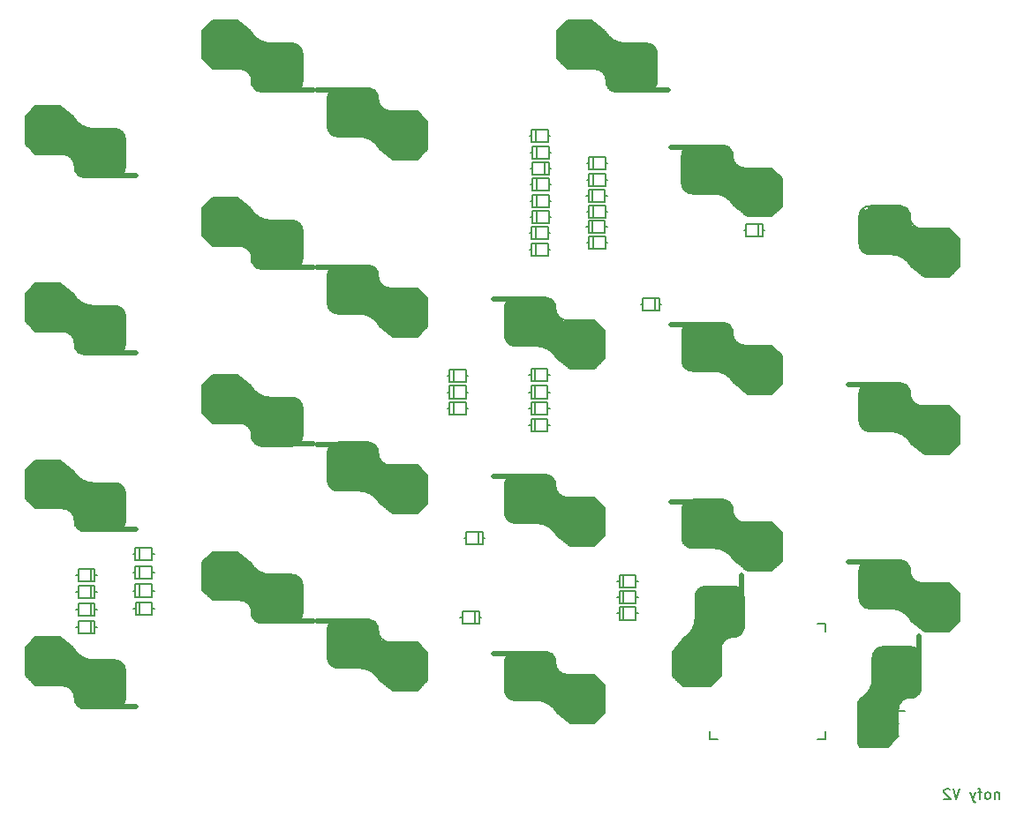
<source format=gbr>
G04 #@! TF.GenerationSoftware,KiCad,Pcbnew,9.0.0*
G04 #@! TF.CreationDate,2025-04-19T15:23:07+09:00*
G04 #@! TF.ProjectId,nofy_V2_L,6e6f6679-5f56-4325-9f4c-2e6b69636164,rev?*
G04 #@! TF.SameCoordinates,Original*
G04 #@! TF.FileFunction,Legend,Bot*
G04 #@! TF.FilePolarity,Positive*
%FSLAX46Y46*%
G04 Gerber Fmt 4.6, Leading zero omitted, Abs format (unit mm)*
G04 Created by KiCad (PCBNEW 9.0.0) date 2025-04-19 15:23:07*
%MOMM*%
%LPD*%
G01*
G04 APERTURE LIST*
%ADD10C,0.150000*%
%ADD11C,0.200000*%
%ADD12C,0.500000*%
G04 APERTURE END LIST*
D10*
X115481085Y-104285287D02*
X115481085Y-104951954D01*
X115481085Y-104380525D02*
X115433466Y-104332906D01*
X115433466Y-104332906D02*
X115338228Y-104285287D01*
X115338228Y-104285287D02*
X115195371Y-104285287D01*
X115195371Y-104285287D02*
X115100133Y-104332906D01*
X115100133Y-104332906D02*
X115052514Y-104428144D01*
X115052514Y-104428144D02*
X115052514Y-104951954D01*
X114433466Y-104951954D02*
X114528704Y-104904335D01*
X114528704Y-104904335D02*
X114576323Y-104856715D01*
X114576323Y-104856715D02*
X114623942Y-104761477D01*
X114623942Y-104761477D02*
X114623942Y-104475763D01*
X114623942Y-104475763D02*
X114576323Y-104380525D01*
X114576323Y-104380525D02*
X114528704Y-104332906D01*
X114528704Y-104332906D02*
X114433466Y-104285287D01*
X114433466Y-104285287D02*
X114290609Y-104285287D01*
X114290609Y-104285287D02*
X114195371Y-104332906D01*
X114195371Y-104332906D02*
X114147752Y-104380525D01*
X114147752Y-104380525D02*
X114100133Y-104475763D01*
X114100133Y-104475763D02*
X114100133Y-104761477D01*
X114100133Y-104761477D02*
X114147752Y-104856715D01*
X114147752Y-104856715D02*
X114195371Y-104904335D01*
X114195371Y-104904335D02*
X114290609Y-104951954D01*
X114290609Y-104951954D02*
X114433466Y-104951954D01*
X113814418Y-104285287D02*
X113433466Y-104285287D01*
X113671561Y-104951954D02*
X113671561Y-104094811D01*
X113671561Y-104094811D02*
X113623942Y-103999573D01*
X113623942Y-103999573D02*
X113528704Y-103951954D01*
X113528704Y-103951954D02*
X113433466Y-103951954D01*
X113195370Y-104285287D02*
X112957275Y-104951954D01*
X112719180Y-104285287D02*
X112957275Y-104951954D01*
X112957275Y-104951954D02*
X113052513Y-105190049D01*
X113052513Y-105190049D02*
X113100132Y-105237668D01*
X113100132Y-105237668D02*
X113195370Y-105285287D01*
X111719179Y-103951954D02*
X111385846Y-104951954D01*
X111385846Y-104951954D02*
X111052513Y-103951954D01*
X110766798Y-104047192D02*
X110719179Y-103999573D01*
X110719179Y-103999573D02*
X110623941Y-103951954D01*
X110623941Y-103951954D02*
X110385846Y-103951954D01*
X110385846Y-103951954D02*
X110290608Y-103999573D01*
X110290608Y-103999573D02*
X110242989Y-104047192D01*
X110242989Y-104047192D02*
X110195370Y-104142430D01*
X110195370Y-104142430D02*
X110195370Y-104237668D01*
X110195370Y-104237668D02*
X110242989Y-104380525D01*
X110242989Y-104380525D02*
X110814417Y-104951954D01*
X110814417Y-104951954D02*
X110195370Y-104951954D01*
D11*
X27149080Y-89077449D02*
X28736584Y-89077449D01*
X27149080Y-88482135D02*
X26950642Y-88482135D01*
X27149080Y-87886821D02*
X27149080Y-89077449D01*
X28339708Y-87886821D02*
X28339708Y-89077449D01*
X28736584Y-89077449D02*
X28736584Y-87886821D01*
X28736584Y-87886821D02*
X27149080Y-87886821D01*
X28935022Y-88482135D02*
X28736584Y-88482135D01*
D10*
X87711615Y-88075885D02*
X88505365Y-88075885D01*
X87711615Y-88869635D02*
X87711615Y-88075885D01*
X87711615Y-98394635D02*
X87711615Y-99188385D01*
X87711615Y-99188385D02*
X88505365Y-99188385D01*
X98030365Y-99188385D02*
X98824115Y-99188385D01*
X98824115Y-88075885D02*
X98030365Y-88075885D01*
X98824115Y-88869635D02*
X98824115Y-88075885D01*
X98824115Y-99188385D02*
X98824115Y-98394635D01*
X39067865Y-82207135D02*
X40067865Y-81207135D01*
X39067865Y-84857135D02*
X39067865Y-82207135D01*
X39067865Y-84857135D02*
X40067865Y-85857135D01*
X39217865Y-82062135D02*
X39217865Y-84992135D01*
X39317865Y-81982135D02*
X39317865Y-85102135D01*
X39417865Y-81872135D02*
X39417865Y-85202135D01*
X39517865Y-81772135D02*
X39517865Y-85302135D01*
X39667865Y-81612135D02*
X39667865Y-85442135D01*
X39817865Y-81482135D02*
X39817865Y-85602135D01*
X39967865Y-81342135D02*
X39967865Y-85732135D01*
X40067865Y-81207135D02*
X42392865Y-81207135D01*
X40067865Y-85857135D02*
X42642865Y-85857135D01*
X40117865Y-81232135D02*
X40117865Y-85832135D01*
X40267865Y-81232135D02*
X40267865Y-85832135D01*
X40417865Y-81232135D02*
X40417865Y-85832135D01*
X40567865Y-81232135D02*
X40567865Y-85832135D01*
X40717865Y-81232135D02*
X40717865Y-85832135D01*
X40867865Y-81232135D02*
X40867865Y-85832135D01*
X41017865Y-81232135D02*
X41017865Y-85832135D01*
X41167865Y-81232135D02*
X41167865Y-85832135D01*
X41317865Y-81232135D02*
X41317865Y-85832135D01*
X41467865Y-81232135D02*
X41467865Y-85832135D01*
X41617865Y-81232135D02*
X41617865Y-85832135D01*
X41767865Y-81232135D02*
X41767865Y-85832135D01*
X41917865Y-81232135D02*
X41917865Y-85832135D01*
X42067865Y-81232135D02*
X42067865Y-85832135D01*
X42217865Y-81232135D02*
X42217865Y-85832135D01*
X42367865Y-81232135D02*
X42367865Y-85832135D01*
X42517865Y-81322135D02*
X42517865Y-85782135D01*
X42667865Y-81442135D02*
X42667865Y-85832135D01*
X42817865Y-81552135D02*
X42817865Y-85832135D01*
X42967865Y-81672135D02*
X42967865Y-85832135D01*
X43117865Y-81812135D02*
X43117865Y-85932135D01*
X43257865Y-81912135D02*
X43267865Y-85982135D01*
X43367865Y-82002135D02*
X43367865Y-86032135D01*
X43467865Y-82082135D02*
X43467865Y-86082135D01*
X43567865Y-82162135D02*
X43567865Y-86182135D01*
X43667865Y-82232135D02*
X42392865Y-81207135D01*
X43667865Y-82232135D02*
X43667865Y-86382135D01*
X43767865Y-82412135D02*
X43767865Y-86532135D01*
X43817865Y-87032135D02*
X43817865Y-87355248D01*
X43867865Y-82582135D02*
X43867865Y-87482135D01*
X44017865Y-82732135D02*
X44017865Y-87682135D01*
X44167865Y-82882135D02*
X44167865Y-87872135D01*
X44317865Y-82982135D02*
X44317865Y-87952135D01*
X44467865Y-83082135D02*
X44467865Y-88002135D01*
X44617865Y-83182135D02*
X44617865Y-88032135D01*
X44679069Y-88057135D02*
X47642865Y-88057135D01*
X44767865Y-83232135D02*
X44767865Y-88052135D01*
X44917865Y-83332135D02*
X44917865Y-88042135D01*
X45067865Y-83382135D02*
X45067865Y-87982135D01*
X45217865Y-83382135D02*
X45217865Y-88032135D01*
X45367865Y-83392135D02*
X45367865Y-88032135D01*
X45517865Y-83432135D02*
X45517865Y-87982135D01*
X45667865Y-83407135D02*
X47642865Y-83407135D01*
X45667865Y-83432135D02*
X45667865Y-88032135D01*
X45817865Y-83432135D02*
X45817865Y-88032135D01*
X45967865Y-83432135D02*
X45967865Y-88032135D01*
X46117865Y-83432135D02*
X46117865Y-88032135D01*
X46267865Y-83432135D02*
X46267865Y-88032135D01*
X46417865Y-83432135D02*
X46417865Y-88032135D01*
X46567865Y-83432135D02*
X46567865Y-88032135D01*
X46717865Y-83432135D02*
X46717865Y-88032135D01*
X46867865Y-83432135D02*
X46867865Y-88032135D01*
X47017865Y-83432135D02*
X47017865Y-88032135D01*
X47167865Y-83432135D02*
X47167865Y-88032135D01*
D12*
X47167865Y-87877135D02*
X49717865Y-87877135D01*
D10*
X47317865Y-83432135D02*
X47317865Y-88032135D01*
X47467865Y-83432135D02*
X47467865Y-88032135D01*
X47617865Y-83432135D02*
X47617865Y-88032135D01*
X47767865Y-83422135D02*
X47767865Y-87932135D01*
X47917865Y-83462135D02*
X47917865Y-87782135D01*
X48067865Y-83512135D02*
X48067865Y-87632135D01*
X48217865Y-83592135D02*
X48217865Y-87732135D01*
X48367865Y-83732135D02*
X48367865Y-87702135D01*
X48517865Y-83902135D02*
X48517865Y-87582135D01*
X48672865Y-87057135D02*
X48672865Y-84407135D01*
X42642865Y-85857135D02*
G75*
G02*
X43817865Y-87032135I-2J-1175002D01*
G01*
X44679069Y-88057135D02*
G75*
G02*
X43817865Y-87355248I38796J926887D01*
G01*
X45667865Y-83414677D02*
G75*
G02*
X43667865Y-82232135I2J2282546D01*
G01*
X47672865Y-83407135D02*
G75*
G02*
X48672865Y-84407135I1J-999999D01*
G01*
X48672865Y-87057135D02*
G75*
G02*
X47672865Y-88057135I-999999J-1D01*
G01*
X22067865Y-56407135D02*
X23067865Y-55407135D01*
X22067865Y-59057135D02*
X22067865Y-56407135D01*
X22067865Y-59057135D02*
X23067865Y-60057135D01*
X22217865Y-56262135D02*
X22217865Y-59192135D01*
X22317865Y-56182135D02*
X22317865Y-59302135D01*
X22417865Y-56072135D02*
X22417865Y-59402135D01*
X22517865Y-55972135D02*
X22517865Y-59502135D01*
X22667865Y-55812135D02*
X22667865Y-59642135D01*
X22817865Y-55682135D02*
X22817865Y-59802135D01*
X22967865Y-55542135D02*
X22967865Y-59932135D01*
X23067865Y-55407135D02*
X25392865Y-55407135D01*
X23067865Y-60057135D02*
X25642865Y-60057135D01*
X23117865Y-55432135D02*
X23117865Y-60032135D01*
X23267865Y-55432135D02*
X23267865Y-60032135D01*
X23417865Y-55432135D02*
X23417865Y-60032135D01*
X23567865Y-55432135D02*
X23567865Y-60032135D01*
X23717865Y-55432135D02*
X23717865Y-60032135D01*
X23867865Y-55432135D02*
X23867865Y-60032135D01*
X24017865Y-55432135D02*
X24017865Y-60032135D01*
X24167865Y-55432135D02*
X24167865Y-60032135D01*
X24317865Y-55432135D02*
X24317865Y-60032135D01*
X24467865Y-55432135D02*
X24467865Y-60032135D01*
X24617865Y-55432135D02*
X24617865Y-60032135D01*
X24767865Y-55432135D02*
X24767865Y-60032135D01*
X24917865Y-55432135D02*
X24917865Y-60032135D01*
X25067865Y-55432135D02*
X25067865Y-60032135D01*
X25217865Y-55432135D02*
X25217865Y-60032135D01*
X25367865Y-55432135D02*
X25367865Y-60032135D01*
X25517865Y-55522135D02*
X25517865Y-59982135D01*
X25667865Y-55642135D02*
X25667865Y-60032135D01*
X25817865Y-55752135D02*
X25817865Y-60032135D01*
X25967865Y-55872135D02*
X25967865Y-60032135D01*
X26117865Y-56012135D02*
X26117865Y-60132135D01*
X26257865Y-56112135D02*
X26267865Y-60182135D01*
X26367865Y-56202135D02*
X26367865Y-60232135D01*
X26467865Y-56282135D02*
X26467865Y-60282135D01*
X26567865Y-56362135D02*
X26567865Y-60382135D01*
X26667865Y-56432135D02*
X25392865Y-55407135D01*
X26667865Y-56432135D02*
X26667865Y-60582135D01*
X26767865Y-56612135D02*
X26767865Y-60732135D01*
X26817865Y-61232135D02*
X26817865Y-61555248D01*
X26867865Y-56782135D02*
X26867865Y-61682135D01*
X27017865Y-56932135D02*
X27017865Y-61882135D01*
X27167865Y-57082135D02*
X27167865Y-62072135D01*
X27317865Y-57182135D02*
X27317865Y-62152135D01*
X27467865Y-57282135D02*
X27467865Y-62202135D01*
X27617865Y-57382135D02*
X27617865Y-62232135D01*
X27679069Y-62257135D02*
X30642865Y-62257135D01*
X27767865Y-57432135D02*
X27767865Y-62252135D01*
X27917865Y-57532135D02*
X27917865Y-62242135D01*
X28067865Y-57582135D02*
X28067865Y-62182135D01*
X28217865Y-57582135D02*
X28217865Y-62232135D01*
X28367865Y-57592135D02*
X28367865Y-62232135D01*
X28517865Y-57632135D02*
X28517865Y-62182135D01*
X28667865Y-57607135D02*
X30642865Y-57607135D01*
X28667865Y-57632135D02*
X28667865Y-62232135D01*
X28817865Y-57632135D02*
X28817865Y-62232135D01*
X28967865Y-57632135D02*
X28967865Y-62232135D01*
X29117865Y-57632135D02*
X29117865Y-62232135D01*
X29267865Y-57632135D02*
X29267865Y-62232135D01*
X29417865Y-57632135D02*
X29417865Y-62232135D01*
X29567865Y-57632135D02*
X29567865Y-62232135D01*
X29717865Y-57632135D02*
X29717865Y-62232135D01*
X29867865Y-57632135D02*
X29867865Y-62232135D01*
X30017865Y-57632135D02*
X30017865Y-62232135D01*
X30167865Y-57632135D02*
X30167865Y-62232135D01*
D12*
X30167865Y-62077135D02*
X32717865Y-62077135D01*
D10*
X30317865Y-57632135D02*
X30317865Y-62232135D01*
X30467865Y-57632135D02*
X30467865Y-62232135D01*
X30617865Y-57632135D02*
X30617865Y-62232135D01*
X30767865Y-57622135D02*
X30767865Y-62132135D01*
X30917865Y-57662135D02*
X30917865Y-61982135D01*
X31067865Y-57712135D02*
X31067865Y-61832135D01*
X31217865Y-57792135D02*
X31217865Y-61932135D01*
X31367865Y-57932135D02*
X31367865Y-61902135D01*
X31517865Y-58102135D02*
X31517865Y-61782135D01*
X31672865Y-61257135D02*
X31672865Y-58607135D01*
X25642865Y-60057135D02*
G75*
G02*
X26817865Y-61232135I-2J-1175002D01*
G01*
X27679069Y-62257135D02*
G75*
G02*
X26817865Y-61555248I38796J926887D01*
G01*
X28667865Y-57614677D02*
G75*
G02*
X26667865Y-56432135I2J2282546D01*
G01*
X30672865Y-57607135D02*
G75*
G02*
X31672865Y-58607135I1J-999999D01*
G01*
X31672865Y-61257135D02*
G75*
G02*
X30672865Y-62257135I-999999J-1D01*
G01*
X68062865Y-91807135D02*
X68062865Y-94457135D01*
X68217865Y-94962135D02*
X68217865Y-91282135D01*
X68367865Y-95132135D02*
X68367865Y-91162135D01*
X68517865Y-95272135D02*
X68517865Y-91132135D01*
X68667865Y-95352135D02*
X68667865Y-91232135D01*
X68817865Y-95402135D02*
X68817865Y-91082135D01*
X68967865Y-95442135D02*
X68967865Y-90932135D01*
X69117865Y-95432135D02*
X69117865Y-90832135D01*
X69267865Y-95432135D02*
X69267865Y-90832135D01*
X69417865Y-95432135D02*
X69417865Y-90832135D01*
D12*
X69567865Y-90987135D02*
X67017865Y-90987135D01*
D10*
X69567865Y-95432135D02*
X69567865Y-90832135D01*
X69717865Y-95432135D02*
X69717865Y-90832135D01*
X69867865Y-95432135D02*
X69867865Y-90832135D01*
X70017865Y-95432135D02*
X70017865Y-90832135D01*
X70167865Y-95432135D02*
X70167865Y-90832135D01*
X70317865Y-95432135D02*
X70317865Y-90832135D01*
X70467865Y-95432135D02*
X70467865Y-90832135D01*
X70617865Y-95432135D02*
X70617865Y-90832135D01*
X70767865Y-95432135D02*
X70767865Y-90832135D01*
X70917865Y-95432135D02*
X70917865Y-90832135D01*
X71067865Y-95432135D02*
X71067865Y-90832135D01*
X71067865Y-95457135D02*
X69092865Y-95457135D01*
X71217865Y-95432135D02*
X71217865Y-90882135D01*
X71367865Y-95472135D02*
X71367865Y-90832135D01*
X71517865Y-95482135D02*
X71517865Y-90832135D01*
X71667865Y-95482135D02*
X71667865Y-90882135D01*
X71817865Y-95532135D02*
X71817865Y-90822135D01*
X71967865Y-95632135D02*
X71967865Y-90812135D01*
X72056661Y-90807135D02*
X69092865Y-90807135D01*
X72117865Y-95682135D02*
X72117865Y-90832135D01*
X72267865Y-95782135D02*
X72267865Y-90862135D01*
X72417865Y-95882135D02*
X72417865Y-90912135D01*
X72567865Y-95982135D02*
X72567865Y-90992135D01*
X72717865Y-96132135D02*
X72717865Y-91182135D01*
X72867865Y-96282135D02*
X72867865Y-91382135D01*
X72917865Y-91832135D02*
X72917865Y-91509022D01*
X72967865Y-96452135D02*
X72967865Y-92332135D01*
X73067865Y-96632135D02*
X73067865Y-92482135D01*
X73067865Y-96632135D02*
X74342865Y-97657135D01*
X73167865Y-96702135D02*
X73167865Y-92682135D01*
X73267865Y-96782135D02*
X73267865Y-92782135D01*
X73367865Y-96862135D02*
X73367865Y-92832135D01*
X73477865Y-96952135D02*
X73467865Y-92882135D01*
X73617865Y-97052135D02*
X73617865Y-92932135D01*
X73767865Y-97192135D02*
X73767865Y-93032135D01*
X73917865Y-97312135D02*
X73917865Y-93032135D01*
X74067865Y-97422135D02*
X74067865Y-93032135D01*
X74217865Y-97542135D02*
X74217865Y-93082135D01*
X74367865Y-97632135D02*
X74367865Y-93032135D01*
X74517865Y-97632135D02*
X74517865Y-93032135D01*
X74667865Y-97632135D02*
X74667865Y-93032135D01*
X74817865Y-97632135D02*
X74817865Y-93032135D01*
X74967865Y-97632135D02*
X74967865Y-93032135D01*
X75117865Y-97632135D02*
X75117865Y-93032135D01*
X75267865Y-97632135D02*
X75267865Y-93032135D01*
X75417865Y-97632135D02*
X75417865Y-93032135D01*
X75567865Y-97632135D02*
X75567865Y-93032135D01*
X75717865Y-97632135D02*
X75717865Y-93032135D01*
X75867865Y-97632135D02*
X75867865Y-93032135D01*
X76017865Y-97632135D02*
X76017865Y-93032135D01*
X76167865Y-97632135D02*
X76167865Y-93032135D01*
X76317865Y-97632135D02*
X76317865Y-93032135D01*
X76467865Y-97632135D02*
X76467865Y-93032135D01*
X76617865Y-97632135D02*
X76617865Y-93032135D01*
X76667865Y-93007135D02*
X74092865Y-93007135D01*
X76667865Y-97657135D02*
X74342865Y-97657135D01*
X76767865Y-97522135D02*
X76767865Y-93132135D01*
X76917865Y-97382135D02*
X76917865Y-93262135D01*
X77067865Y-97252135D02*
X77067865Y-93422135D01*
X77217865Y-97092135D02*
X77217865Y-93562135D01*
X77317865Y-96992135D02*
X77317865Y-93662135D01*
X77417865Y-96882135D02*
X77417865Y-93762135D01*
X77517865Y-96802135D02*
X77517865Y-93872135D01*
X77667865Y-94007135D02*
X76667865Y-93007135D01*
X77667865Y-94007135D02*
X77667865Y-96657135D01*
X77667865Y-96657135D02*
X76667865Y-97657135D01*
X68062865Y-91807135D02*
G75*
G02*
X69062865Y-90807135I999999J1D01*
G01*
X69062865Y-95457135D02*
G75*
G02*
X68062865Y-94457135I-1J999999D01*
G01*
X71067865Y-95449593D02*
G75*
G02*
X73067865Y-96632135I-2J-2282546D01*
G01*
X72056661Y-90807135D02*
G75*
G02*
X72917865Y-91509022I-38796J-926887D01*
G01*
X74092865Y-93007135D02*
G75*
G02*
X72917865Y-91832135I2J1175002D01*
G01*
X85050365Y-43182135D02*
X85050365Y-45832135D01*
X85205365Y-46337135D02*
X85205365Y-42657135D01*
X85355365Y-46507135D02*
X85355365Y-42537135D01*
X85505365Y-46647135D02*
X85505365Y-42507135D01*
X85655365Y-46727135D02*
X85655365Y-42607135D01*
X85805365Y-46777135D02*
X85805365Y-42457135D01*
X85955365Y-46817135D02*
X85955365Y-42307135D01*
X86105365Y-46807135D02*
X86105365Y-42207135D01*
X86255365Y-46807135D02*
X86255365Y-42207135D01*
X86405365Y-46807135D02*
X86405365Y-42207135D01*
D12*
X86555365Y-42362135D02*
X84005365Y-42362135D01*
D10*
X86555365Y-46807135D02*
X86555365Y-42207135D01*
X86705365Y-46807135D02*
X86705365Y-42207135D01*
X86855365Y-46807135D02*
X86855365Y-42207135D01*
X87005365Y-46807135D02*
X87005365Y-42207135D01*
X87155365Y-46807135D02*
X87155365Y-42207135D01*
X87305365Y-46807135D02*
X87305365Y-42207135D01*
X87455365Y-46807135D02*
X87455365Y-42207135D01*
X87605365Y-46807135D02*
X87605365Y-42207135D01*
X87755365Y-46807135D02*
X87755365Y-42207135D01*
X87905365Y-46807135D02*
X87905365Y-42207135D01*
X88055365Y-46807135D02*
X88055365Y-42207135D01*
X88055365Y-46832135D02*
X86080365Y-46832135D01*
X88205365Y-46807135D02*
X88205365Y-42257135D01*
X88355365Y-46847135D02*
X88355365Y-42207135D01*
X88505365Y-46857135D02*
X88505365Y-42207135D01*
X88655365Y-46857135D02*
X88655365Y-42257135D01*
X88805365Y-46907135D02*
X88805365Y-42197135D01*
X88955365Y-47007135D02*
X88955365Y-42187135D01*
X89044161Y-42182135D02*
X86080365Y-42182135D01*
X89105365Y-47057135D02*
X89105365Y-42207135D01*
X89255365Y-47157135D02*
X89255365Y-42237135D01*
X89405365Y-47257135D02*
X89405365Y-42287135D01*
X89555365Y-47357135D02*
X89555365Y-42367135D01*
X89705365Y-47507135D02*
X89705365Y-42557135D01*
X89855365Y-47657135D02*
X89855365Y-42757135D01*
X89905365Y-43207135D02*
X89905365Y-42884022D01*
X89955365Y-47827135D02*
X89955365Y-43707135D01*
X90055365Y-48007135D02*
X90055365Y-43857135D01*
X90055365Y-48007135D02*
X91330365Y-49032135D01*
X90155365Y-48077135D02*
X90155365Y-44057135D01*
X90255365Y-48157135D02*
X90255365Y-44157135D01*
X90355365Y-48237135D02*
X90355365Y-44207135D01*
X90465365Y-48327135D02*
X90455365Y-44257135D01*
X90605365Y-48427135D02*
X90605365Y-44307135D01*
X90755365Y-48567135D02*
X90755365Y-44407135D01*
X90905365Y-48687135D02*
X90905365Y-44407135D01*
X91055365Y-48797135D02*
X91055365Y-44407135D01*
X91205365Y-48917135D02*
X91205365Y-44457135D01*
X91355365Y-49007135D02*
X91355365Y-44407135D01*
X91505365Y-49007135D02*
X91505365Y-44407135D01*
X91655365Y-49007135D02*
X91655365Y-44407135D01*
X91805365Y-49007135D02*
X91805365Y-44407135D01*
X91955365Y-49007135D02*
X91955365Y-44407135D01*
X92105365Y-49007135D02*
X92105365Y-44407135D01*
X92255365Y-49007135D02*
X92255365Y-44407135D01*
X92405365Y-49007135D02*
X92405365Y-44407135D01*
X92555365Y-49007135D02*
X92555365Y-44407135D01*
X92705365Y-49007135D02*
X92705365Y-44407135D01*
X92855365Y-49007135D02*
X92855365Y-44407135D01*
X93005365Y-49007135D02*
X93005365Y-44407135D01*
X93155365Y-49007135D02*
X93155365Y-44407135D01*
X93305365Y-49007135D02*
X93305365Y-44407135D01*
X93455365Y-49007135D02*
X93455365Y-44407135D01*
X93605365Y-49007135D02*
X93605365Y-44407135D01*
X93655365Y-44382135D02*
X91080365Y-44382135D01*
X93655365Y-49032135D02*
X91330365Y-49032135D01*
X93755365Y-48897135D02*
X93755365Y-44507135D01*
X93905365Y-48757135D02*
X93905365Y-44637135D01*
X94055365Y-48627135D02*
X94055365Y-44797135D01*
X94205365Y-48467135D02*
X94205365Y-44937135D01*
X94305365Y-48367135D02*
X94305365Y-45037135D01*
X94405365Y-48257135D02*
X94405365Y-45137135D01*
X94505365Y-48177135D02*
X94505365Y-45247135D01*
X94655365Y-45382135D02*
X93655365Y-44382135D01*
X94655365Y-45382135D02*
X94655365Y-48032135D01*
X94655365Y-48032135D02*
X93655365Y-49032135D01*
X85050365Y-43182135D02*
G75*
G02*
X86050365Y-42182135I999999J1D01*
G01*
X86050365Y-46832135D02*
G75*
G02*
X85050365Y-45832135I-1J999999D01*
G01*
X88055365Y-46824593D02*
G75*
G02*
X90055365Y-48007135I-2J-2282546D01*
G01*
X89044161Y-42182135D02*
G75*
G02*
X89905365Y-42884022I-38796J-926887D01*
G01*
X91080365Y-44382135D02*
G75*
G02*
X89905365Y-43207135I2J1175002D01*
G01*
X22067865Y-90407135D02*
X23067865Y-89407135D01*
X22067865Y-93057135D02*
X22067865Y-90407135D01*
X22067865Y-93057135D02*
X23067865Y-94057135D01*
X22217865Y-90262135D02*
X22217865Y-93192135D01*
X22317865Y-90182135D02*
X22317865Y-93302135D01*
X22417865Y-90072135D02*
X22417865Y-93402135D01*
X22517865Y-89972135D02*
X22517865Y-93502135D01*
X22667865Y-89812135D02*
X22667865Y-93642135D01*
X22817865Y-89682135D02*
X22817865Y-93802135D01*
X22967865Y-89542135D02*
X22967865Y-93932135D01*
X23067865Y-89407135D02*
X25392865Y-89407135D01*
X23067865Y-94057135D02*
X25642865Y-94057135D01*
X23117865Y-89432135D02*
X23117865Y-94032135D01*
X23267865Y-89432135D02*
X23267865Y-94032135D01*
X23417865Y-89432135D02*
X23417865Y-94032135D01*
X23567865Y-89432135D02*
X23567865Y-94032135D01*
X23717865Y-89432135D02*
X23717865Y-94032135D01*
X23867865Y-89432135D02*
X23867865Y-94032135D01*
X24017865Y-89432135D02*
X24017865Y-94032135D01*
X24167865Y-89432135D02*
X24167865Y-94032135D01*
X24317865Y-89432135D02*
X24317865Y-94032135D01*
X24467865Y-89432135D02*
X24467865Y-94032135D01*
X24617865Y-89432135D02*
X24617865Y-94032135D01*
X24767865Y-89432135D02*
X24767865Y-94032135D01*
X24917865Y-89432135D02*
X24917865Y-94032135D01*
X25067865Y-89432135D02*
X25067865Y-94032135D01*
X25217865Y-89432135D02*
X25217865Y-94032135D01*
X25367865Y-89432135D02*
X25367865Y-94032135D01*
X25517865Y-89522135D02*
X25517865Y-93982135D01*
X25667865Y-89642135D02*
X25667865Y-94032135D01*
X25817865Y-89752135D02*
X25817865Y-94032135D01*
X25967865Y-89872135D02*
X25967865Y-94032135D01*
X26117865Y-90012135D02*
X26117865Y-94132135D01*
X26257865Y-90112135D02*
X26267865Y-94182135D01*
X26367865Y-90202135D02*
X26367865Y-94232135D01*
X26467865Y-90282135D02*
X26467865Y-94282135D01*
X26567865Y-90362135D02*
X26567865Y-94382135D01*
X26667865Y-90432135D02*
X25392865Y-89407135D01*
X26667865Y-90432135D02*
X26667865Y-94582135D01*
X26767865Y-90612135D02*
X26767865Y-94732135D01*
X26817865Y-95232135D02*
X26817865Y-95555248D01*
X26867865Y-90782135D02*
X26867865Y-95682135D01*
X27017865Y-90932135D02*
X27017865Y-95882135D01*
X27167865Y-91082135D02*
X27167865Y-96072135D01*
X27317865Y-91182135D02*
X27317865Y-96152135D01*
X27467865Y-91282135D02*
X27467865Y-96202135D01*
X27617865Y-91382135D02*
X27617865Y-96232135D01*
X27679069Y-96257135D02*
X30642865Y-96257135D01*
X27767865Y-91432135D02*
X27767865Y-96252135D01*
X27917865Y-91532135D02*
X27917865Y-96242135D01*
X28067865Y-91582135D02*
X28067865Y-96182135D01*
X28217865Y-91582135D02*
X28217865Y-96232135D01*
X28367865Y-91592135D02*
X28367865Y-96232135D01*
X28517865Y-91632135D02*
X28517865Y-96182135D01*
X28667865Y-91607135D02*
X30642865Y-91607135D01*
X28667865Y-91632135D02*
X28667865Y-96232135D01*
X28817865Y-91632135D02*
X28817865Y-96232135D01*
X28967865Y-91632135D02*
X28967865Y-96232135D01*
X29117865Y-91632135D02*
X29117865Y-96232135D01*
X29267865Y-91632135D02*
X29267865Y-96232135D01*
X29417865Y-91632135D02*
X29417865Y-96232135D01*
X29567865Y-91632135D02*
X29567865Y-96232135D01*
X29717865Y-91632135D02*
X29717865Y-96232135D01*
X29867865Y-91632135D02*
X29867865Y-96232135D01*
X30017865Y-91632135D02*
X30017865Y-96232135D01*
X30167865Y-91632135D02*
X30167865Y-96232135D01*
D12*
X30167865Y-96077135D02*
X32717865Y-96077135D01*
D10*
X30317865Y-91632135D02*
X30317865Y-96232135D01*
X30467865Y-91632135D02*
X30467865Y-96232135D01*
X30617865Y-91632135D02*
X30617865Y-96232135D01*
X30767865Y-91622135D02*
X30767865Y-96132135D01*
X30917865Y-91662135D02*
X30917865Y-95982135D01*
X31067865Y-91712135D02*
X31067865Y-95832135D01*
X31217865Y-91792135D02*
X31217865Y-95932135D01*
X31367865Y-91932135D02*
X31367865Y-95902135D01*
X31517865Y-92102135D02*
X31517865Y-95782135D01*
X31672865Y-95257135D02*
X31672865Y-92607135D01*
X25642865Y-94057135D02*
G75*
G02*
X26817865Y-95232135I-2J-1175002D01*
G01*
X27679069Y-96257135D02*
G75*
G02*
X26817865Y-95555248I38796J926887D01*
G01*
X28667865Y-91614677D02*
G75*
G02*
X26667865Y-90432135I2J2282546D01*
G01*
X30672865Y-91607135D02*
G75*
G02*
X31672865Y-92607135I1J-999999D01*
G01*
X31672865Y-95257135D02*
G75*
G02*
X30672865Y-96257135I-999999J-1D01*
G01*
X102062865Y-49007135D02*
X102062865Y-51657135D01*
X102217865Y-52162135D02*
X102217865Y-48482135D01*
X102367865Y-52332135D02*
X102367865Y-48362135D01*
X102517865Y-52472135D02*
X102517865Y-48332135D01*
X102667865Y-52552135D02*
X102667865Y-48432135D01*
X102817865Y-52602135D02*
X102817865Y-48282135D01*
X102967865Y-52642135D02*
X102967865Y-48132135D01*
X103117865Y-52632135D02*
X103117865Y-48032135D01*
X103267865Y-52632135D02*
X103267865Y-48032135D01*
X103417865Y-52632135D02*
X103417865Y-48032135D01*
X103567865Y-52632135D02*
X103567865Y-48032135D01*
X103717865Y-52632135D02*
X103717865Y-48032135D01*
X103867865Y-52632135D02*
X103867865Y-48032135D01*
X104017865Y-52632135D02*
X104017865Y-48032135D01*
X104167865Y-52632135D02*
X104167865Y-48032135D01*
X104317865Y-52632135D02*
X104317865Y-48032135D01*
X104467865Y-52632135D02*
X104467865Y-48032135D01*
X104617865Y-52632135D02*
X104617865Y-48032135D01*
X104767865Y-52632135D02*
X104767865Y-48032135D01*
X104917865Y-52632135D02*
X104917865Y-48032135D01*
X105067865Y-52632135D02*
X105067865Y-48032135D01*
X105067865Y-52657135D02*
X103092865Y-52657135D01*
X105217865Y-52632135D02*
X105217865Y-48082135D01*
X105367865Y-52672135D02*
X105367865Y-48032135D01*
X105517865Y-52682135D02*
X105517865Y-48032135D01*
X105667865Y-52682135D02*
X105667865Y-48082135D01*
X105817865Y-52732135D02*
X105817865Y-48022135D01*
X105967865Y-52832135D02*
X105967865Y-48012135D01*
X106056661Y-48007135D02*
X103092865Y-48007135D01*
X106117865Y-52882135D02*
X106117865Y-48032135D01*
X106267865Y-52982135D02*
X106267865Y-48062135D01*
X106417865Y-53082135D02*
X106417865Y-48112135D01*
X106567865Y-53182135D02*
X106567865Y-48192135D01*
X106717865Y-53332135D02*
X106717865Y-48382135D01*
X106867865Y-53482135D02*
X106867865Y-48582135D01*
X106917865Y-49032135D02*
X106917865Y-48709022D01*
X106967865Y-53652135D02*
X106967865Y-49532135D01*
X107067865Y-53832135D02*
X107067865Y-49682135D01*
X107067865Y-53832135D02*
X108342865Y-54857135D01*
X107167865Y-53902135D02*
X107167865Y-49882135D01*
X107267865Y-53982135D02*
X107267865Y-49982135D01*
X107367865Y-54062135D02*
X107367865Y-50032135D01*
X107477865Y-54152135D02*
X107467865Y-50082135D01*
X107617865Y-54252135D02*
X107617865Y-50132135D01*
X107767865Y-54392135D02*
X107767865Y-50232135D01*
X107917865Y-54512135D02*
X107917865Y-50232135D01*
X108067865Y-54622135D02*
X108067865Y-50232135D01*
X108217865Y-54742135D02*
X108217865Y-50282135D01*
X108367865Y-54832135D02*
X108367865Y-50232135D01*
X108517865Y-54832135D02*
X108517865Y-50232135D01*
X108667865Y-54832135D02*
X108667865Y-50232135D01*
X108817865Y-54832135D02*
X108817865Y-50232135D01*
X108967865Y-54832135D02*
X108967865Y-50232135D01*
X109117865Y-54832135D02*
X109117865Y-50232135D01*
X109267865Y-54832135D02*
X109267865Y-50232135D01*
X109417865Y-54832135D02*
X109417865Y-50232135D01*
X109567865Y-54832135D02*
X109567865Y-50232135D01*
X109717865Y-54832135D02*
X109717865Y-50232135D01*
X109867865Y-54832135D02*
X109867865Y-50232135D01*
X110017865Y-54832135D02*
X110017865Y-50232135D01*
X110167865Y-54832135D02*
X110167865Y-50232135D01*
X110317865Y-54832135D02*
X110317865Y-50232135D01*
X110467865Y-54832135D02*
X110467865Y-50232135D01*
X110617865Y-54832135D02*
X110617865Y-50232135D01*
X110667865Y-50207135D02*
X108092865Y-50207135D01*
X110667865Y-54857135D02*
X108342865Y-54857135D01*
X110767865Y-54722135D02*
X110767865Y-50332135D01*
X110917865Y-54582135D02*
X110917865Y-50462135D01*
X111067865Y-54452135D02*
X111067865Y-50622135D01*
X111217865Y-54292135D02*
X111217865Y-50762135D01*
X111317865Y-54192135D02*
X111317865Y-50862135D01*
X111417865Y-54082135D02*
X111417865Y-50962135D01*
X111517865Y-54002135D02*
X111517865Y-51072135D01*
X111667865Y-51207135D02*
X110667865Y-50207135D01*
X111667865Y-51207135D02*
X111667865Y-53857135D01*
X111667865Y-53857135D02*
X110667865Y-54857135D01*
X102062865Y-49007135D02*
G75*
G02*
X103062865Y-48007135I999999J1D01*
G01*
X103062865Y-52657135D02*
G75*
G02*
X102062865Y-51657135I-1J999999D01*
G01*
X105067865Y-52649593D02*
G75*
G02*
X107067865Y-53832135I-2J-2282546D01*
G01*
X106056661Y-48007135D02*
G75*
G02*
X106917865Y-48709022I-38796J-926887D01*
G01*
X108092865Y-50207135D02*
G75*
G02*
X106917865Y-49032135I2J1175002D01*
G01*
X68062865Y-74807135D02*
X68062865Y-77457135D01*
X68217865Y-77962135D02*
X68217865Y-74282135D01*
X68367865Y-78132135D02*
X68367865Y-74162135D01*
X68517865Y-78272135D02*
X68517865Y-74132135D01*
X68667865Y-78352135D02*
X68667865Y-74232135D01*
X68817865Y-78402135D02*
X68817865Y-74082135D01*
X68967865Y-78442135D02*
X68967865Y-73932135D01*
X69117865Y-78432135D02*
X69117865Y-73832135D01*
X69267865Y-78432135D02*
X69267865Y-73832135D01*
X69417865Y-78432135D02*
X69417865Y-73832135D01*
D12*
X69567865Y-73987135D02*
X67017865Y-73987135D01*
D10*
X69567865Y-78432135D02*
X69567865Y-73832135D01*
X69717865Y-78432135D02*
X69717865Y-73832135D01*
X69867865Y-78432135D02*
X69867865Y-73832135D01*
X70017865Y-78432135D02*
X70017865Y-73832135D01*
X70167865Y-78432135D02*
X70167865Y-73832135D01*
X70317865Y-78432135D02*
X70317865Y-73832135D01*
X70467865Y-78432135D02*
X70467865Y-73832135D01*
X70617865Y-78432135D02*
X70617865Y-73832135D01*
X70767865Y-78432135D02*
X70767865Y-73832135D01*
X70917865Y-78432135D02*
X70917865Y-73832135D01*
X71067865Y-78432135D02*
X71067865Y-73832135D01*
X71067865Y-78457135D02*
X69092865Y-78457135D01*
X71217865Y-78432135D02*
X71217865Y-73882135D01*
X71367865Y-78472135D02*
X71367865Y-73832135D01*
X71517865Y-78482135D02*
X71517865Y-73832135D01*
X71667865Y-78482135D02*
X71667865Y-73882135D01*
X71817865Y-78532135D02*
X71817865Y-73822135D01*
X71967865Y-78632135D02*
X71967865Y-73812135D01*
X72056661Y-73807135D02*
X69092865Y-73807135D01*
X72117865Y-78682135D02*
X72117865Y-73832135D01*
X72267865Y-78782135D02*
X72267865Y-73862135D01*
X72417865Y-78882135D02*
X72417865Y-73912135D01*
X72567865Y-78982135D02*
X72567865Y-73992135D01*
X72717865Y-79132135D02*
X72717865Y-74182135D01*
X72867865Y-79282135D02*
X72867865Y-74382135D01*
X72917865Y-74832135D02*
X72917865Y-74509022D01*
X72967865Y-79452135D02*
X72967865Y-75332135D01*
X73067865Y-79632135D02*
X73067865Y-75482135D01*
X73067865Y-79632135D02*
X74342865Y-80657135D01*
X73167865Y-79702135D02*
X73167865Y-75682135D01*
X73267865Y-79782135D02*
X73267865Y-75782135D01*
X73367865Y-79862135D02*
X73367865Y-75832135D01*
X73477865Y-79952135D02*
X73467865Y-75882135D01*
X73617865Y-80052135D02*
X73617865Y-75932135D01*
X73767865Y-80192135D02*
X73767865Y-76032135D01*
X73917865Y-80312135D02*
X73917865Y-76032135D01*
X74067865Y-80422135D02*
X74067865Y-76032135D01*
X74217865Y-80542135D02*
X74217865Y-76082135D01*
X74367865Y-80632135D02*
X74367865Y-76032135D01*
X74517865Y-80632135D02*
X74517865Y-76032135D01*
X74667865Y-80632135D02*
X74667865Y-76032135D01*
X74817865Y-80632135D02*
X74817865Y-76032135D01*
X74967865Y-80632135D02*
X74967865Y-76032135D01*
X75117865Y-80632135D02*
X75117865Y-76032135D01*
X75267865Y-80632135D02*
X75267865Y-76032135D01*
X75417865Y-80632135D02*
X75417865Y-76032135D01*
X75567865Y-80632135D02*
X75567865Y-76032135D01*
X75717865Y-80632135D02*
X75717865Y-76032135D01*
X75867865Y-80632135D02*
X75867865Y-76032135D01*
X76017865Y-80632135D02*
X76017865Y-76032135D01*
X76167865Y-80632135D02*
X76167865Y-76032135D01*
X76317865Y-80632135D02*
X76317865Y-76032135D01*
X76467865Y-80632135D02*
X76467865Y-76032135D01*
X76617865Y-80632135D02*
X76617865Y-76032135D01*
X76667865Y-76007135D02*
X74092865Y-76007135D01*
X76667865Y-80657135D02*
X74342865Y-80657135D01*
X76767865Y-80522135D02*
X76767865Y-76132135D01*
X76917865Y-80382135D02*
X76917865Y-76262135D01*
X77067865Y-80252135D02*
X77067865Y-76422135D01*
X77217865Y-80092135D02*
X77217865Y-76562135D01*
X77317865Y-79992135D02*
X77317865Y-76662135D01*
X77417865Y-79882135D02*
X77417865Y-76762135D01*
X77517865Y-79802135D02*
X77517865Y-76872135D01*
X77667865Y-77007135D02*
X76667865Y-76007135D01*
X77667865Y-77007135D02*
X77667865Y-79657135D01*
X77667865Y-79657135D02*
X76667865Y-80657135D01*
X68062865Y-74807135D02*
G75*
G02*
X69062865Y-73807135I999999J1D01*
G01*
X69062865Y-78457135D02*
G75*
G02*
X68062865Y-77457135I-1J999999D01*
G01*
X71067865Y-78449593D02*
G75*
G02*
X73067865Y-79632135I-2J-2282546D01*
G01*
X72056661Y-73807135D02*
G75*
G02*
X72917865Y-74509022I-38796J-926887D01*
G01*
X74092865Y-76007135D02*
G75*
G02*
X72917865Y-74832135I2J1175002D01*
G01*
X51062865Y-37707135D02*
X51062865Y-40357135D01*
X51217865Y-40862135D02*
X51217865Y-37182135D01*
X51367865Y-41032135D02*
X51367865Y-37062135D01*
X51517865Y-41172135D02*
X51517865Y-37032135D01*
X51667865Y-41252135D02*
X51667865Y-37132135D01*
X51817865Y-41302135D02*
X51817865Y-36982135D01*
X51967865Y-41342135D02*
X51967865Y-36832135D01*
X52117865Y-41332135D02*
X52117865Y-36732135D01*
X52267865Y-41332135D02*
X52267865Y-36732135D01*
X52417865Y-41332135D02*
X52417865Y-36732135D01*
D12*
X52567865Y-36887135D02*
X50017865Y-36887135D01*
D10*
X52567865Y-41332135D02*
X52567865Y-36732135D01*
X52717865Y-41332135D02*
X52717865Y-36732135D01*
X52867865Y-41332135D02*
X52867865Y-36732135D01*
X53017865Y-41332135D02*
X53017865Y-36732135D01*
X53167865Y-41332135D02*
X53167865Y-36732135D01*
X53317865Y-41332135D02*
X53317865Y-36732135D01*
X53467865Y-41332135D02*
X53467865Y-36732135D01*
X53617865Y-41332135D02*
X53617865Y-36732135D01*
X53767865Y-41332135D02*
X53767865Y-36732135D01*
X53917865Y-41332135D02*
X53917865Y-36732135D01*
X54067865Y-41332135D02*
X54067865Y-36732135D01*
X54067865Y-41357135D02*
X52092865Y-41357135D01*
X54217865Y-41332135D02*
X54217865Y-36782135D01*
X54367865Y-41372135D02*
X54367865Y-36732135D01*
X54517865Y-41382135D02*
X54517865Y-36732135D01*
X54667865Y-41382135D02*
X54667865Y-36782135D01*
X54817865Y-41432135D02*
X54817865Y-36722135D01*
X54967865Y-41532135D02*
X54967865Y-36712135D01*
X55056661Y-36707135D02*
X52092865Y-36707135D01*
X55117865Y-41582135D02*
X55117865Y-36732135D01*
X55267865Y-41682135D02*
X55267865Y-36762135D01*
X55417865Y-41782135D02*
X55417865Y-36812135D01*
X55567865Y-41882135D02*
X55567865Y-36892135D01*
X55717865Y-42032135D02*
X55717865Y-37082135D01*
X55867865Y-42182135D02*
X55867865Y-37282135D01*
X55917865Y-37732135D02*
X55917865Y-37409022D01*
X55967865Y-42352135D02*
X55967865Y-38232135D01*
X56067865Y-42532135D02*
X56067865Y-38382135D01*
X56067865Y-42532135D02*
X57342865Y-43557135D01*
X56167865Y-42602135D02*
X56167865Y-38582135D01*
X56267865Y-42682135D02*
X56267865Y-38682135D01*
X56367865Y-42762135D02*
X56367865Y-38732135D01*
X56477865Y-42852135D02*
X56467865Y-38782135D01*
X56617865Y-42952135D02*
X56617865Y-38832135D01*
X56767865Y-43092135D02*
X56767865Y-38932135D01*
X56917865Y-43212135D02*
X56917865Y-38932135D01*
X57067865Y-43322135D02*
X57067865Y-38932135D01*
X57217865Y-43442135D02*
X57217865Y-38982135D01*
X57367865Y-43532135D02*
X57367865Y-38932135D01*
X57517865Y-43532135D02*
X57517865Y-38932135D01*
X57667865Y-43532135D02*
X57667865Y-38932135D01*
X57817865Y-43532135D02*
X57817865Y-38932135D01*
X57967865Y-43532135D02*
X57967865Y-38932135D01*
X58117865Y-43532135D02*
X58117865Y-38932135D01*
X58267865Y-43532135D02*
X58267865Y-38932135D01*
X58417865Y-43532135D02*
X58417865Y-38932135D01*
X58567865Y-43532135D02*
X58567865Y-38932135D01*
X58717865Y-43532135D02*
X58717865Y-38932135D01*
X58867865Y-43532135D02*
X58867865Y-38932135D01*
X59017865Y-43532135D02*
X59017865Y-38932135D01*
X59167865Y-43532135D02*
X59167865Y-38932135D01*
X59317865Y-43532135D02*
X59317865Y-38932135D01*
X59467865Y-43532135D02*
X59467865Y-38932135D01*
X59617865Y-43532135D02*
X59617865Y-38932135D01*
X59667865Y-38907135D02*
X57092865Y-38907135D01*
X59667865Y-43557135D02*
X57342865Y-43557135D01*
X59767865Y-43422135D02*
X59767865Y-39032135D01*
X59917865Y-43282135D02*
X59917865Y-39162135D01*
X60067865Y-43152135D02*
X60067865Y-39322135D01*
X60217865Y-42992135D02*
X60217865Y-39462135D01*
X60317865Y-42892135D02*
X60317865Y-39562135D01*
X60417865Y-42782135D02*
X60417865Y-39662135D01*
X60517865Y-42702135D02*
X60517865Y-39772135D01*
X60667865Y-39907135D02*
X59667865Y-38907135D01*
X60667865Y-39907135D02*
X60667865Y-42557135D01*
X60667865Y-42557135D02*
X59667865Y-43557135D01*
X51062865Y-37707135D02*
G75*
G02*
X52062865Y-36707135I999999J1D01*
G01*
X52062865Y-41357135D02*
G75*
G02*
X51062865Y-40357135I-1J999999D01*
G01*
X54067865Y-41349593D02*
G75*
G02*
X56067865Y-42532135I-2J-2282546D01*
G01*
X55056661Y-36707135D02*
G75*
G02*
X55917865Y-37409022I-38796J-926887D01*
G01*
X57092865Y-38907135D02*
G75*
G02*
X55917865Y-37732135I2J1175002D01*
G01*
X51062865Y-88707135D02*
X51062865Y-91357135D01*
X51217865Y-91862135D02*
X51217865Y-88182135D01*
X51367865Y-92032135D02*
X51367865Y-88062135D01*
X51517865Y-92172135D02*
X51517865Y-88032135D01*
X51667865Y-92252135D02*
X51667865Y-88132135D01*
X51817865Y-92302135D02*
X51817865Y-87982135D01*
X51967865Y-92342135D02*
X51967865Y-87832135D01*
X52117865Y-92332135D02*
X52117865Y-87732135D01*
X52267865Y-92332135D02*
X52267865Y-87732135D01*
X52417865Y-92332135D02*
X52417865Y-87732135D01*
D12*
X52567865Y-87887135D02*
X50017865Y-87887135D01*
D10*
X52567865Y-92332135D02*
X52567865Y-87732135D01*
X52717865Y-92332135D02*
X52717865Y-87732135D01*
X52867865Y-92332135D02*
X52867865Y-87732135D01*
X53017865Y-92332135D02*
X53017865Y-87732135D01*
X53167865Y-92332135D02*
X53167865Y-87732135D01*
X53317865Y-92332135D02*
X53317865Y-87732135D01*
X53467865Y-92332135D02*
X53467865Y-87732135D01*
X53617865Y-92332135D02*
X53617865Y-87732135D01*
X53767865Y-92332135D02*
X53767865Y-87732135D01*
X53917865Y-92332135D02*
X53917865Y-87732135D01*
X54067865Y-92332135D02*
X54067865Y-87732135D01*
X54067865Y-92357135D02*
X52092865Y-92357135D01*
X54217865Y-92332135D02*
X54217865Y-87782135D01*
X54367865Y-92372135D02*
X54367865Y-87732135D01*
X54517865Y-92382135D02*
X54517865Y-87732135D01*
X54667865Y-92382135D02*
X54667865Y-87782135D01*
X54817865Y-92432135D02*
X54817865Y-87722135D01*
X54967865Y-92532135D02*
X54967865Y-87712135D01*
X55056661Y-87707135D02*
X52092865Y-87707135D01*
X55117865Y-92582135D02*
X55117865Y-87732135D01*
X55267865Y-92682135D02*
X55267865Y-87762135D01*
X55417865Y-92782135D02*
X55417865Y-87812135D01*
X55567865Y-92882135D02*
X55567865Y-87892135D01*
X55717865Y-93032135D02*
X55717865Y-88082135D01*
X55867865Y-93182135D02*
X55867865Y-88282135D01*
X55917865Y-88732135D02*
X55917865Y-88409022D01*
X55967865Y-93352135D02*
X55967865Y-89232135D01*
X56067865Y-93532135D02*
X56067865Y-89382135D01*
X56067865Y-93532135D02*
X57342865Y-94557135D01*
X56167865Y-93602135D02*
X56167865Y-89582135D01*
X56267865Y-93682135D02*
X56267865Y-89682135D01*
X56367865Y-93762135D02*
X56367865Y-89732135D01*
X56477865Y-93852135D02*
X56467865Y-89782135D01*
X56617865Y-93952135D02*
X56617865Y-89832135D01*
X56767865Y-94092135D02*
X56767865Y-89932135D01*
X56917865Y-94212135D02*
X56917865Y-89932135D01*
X57067865Y-94322135D02*
X57067865Y-89932135D01*
X57217865Y-94442135D02*
X57217865Y-89982135D01*
X57367865Y-94532135D02*
X57367865Y-89932135D01*
X57517865Y-94532135D02*
X57517865Y-89932135D01*
X57667865Y-94532135D02*
X57667865Y-89932135D01*
X57817865Y-94532135D02*
X57817865Y-89932135D01*
X57967865Y-94532135D02*
X57967865Y-89932135D01*
X58117865Y-94532135D02*
X58117865Y-89932135D01*
X58267865Y-94532135D02*
X58267865Y-89932135D01*
X58417865Y-94532135D02*
X58417865Y-89932135D01*
X58567865Y-94532135D02*
X58567865Y-89932135D01*
X58717865Y-94532135D02*
X58717865Y-89932135D01*
X58867865Y-94532135D02*
X58867865Y-89932135D01*
X59017865Y-94532135D02*
X59017865Y-89932135D01*
X59167865Y-94532135D02*
X59167865Y-89932135D01*
X59317865Y-94532135D02*
X59317865Y-89932135D01*
X59467865Y-94532135D02*
X59467865Y-89932135D01*
X59617865Y-94532135D02*
X59617865Y-89932135D01*
X59667865Y-89907135D02*
X57092865Y-89907135D01*
X59667865Y-94557135D02*
X57342865Y-94557135D01*
X59767865Y-94422135D02*
X59767865Y-90032135D01*
X59917865Y-94282135D02*
X59917865Y-90162135D01*
X60067865Y-94152135D02*
X60067865Y-90322135D01*
X60217865Y-93992135D02*
X60217865Y-90462135D01*
X60317865Y-93892135D02*
X60317865Y-90562135D01*
X60417865Y-93782135D02*
X60417865Y-90662135D01*
X60517865Y-93702135D02*
X60517865Y-90772135D01*
X60667865Y-90907135D02*
X59667865Y-89907135D01*
X60667865Y-90907135D02*
X60667865Y-93557135D01*
X60667865Y-93557135D02*
X59667865Y-94557135D01*
X51062865Y-88707135D02*
G75*
G02*
X52062865Y-87707135I999999J1D01*
G01*
X52062865Y-92357135D02*
G75*
G02*
X51062865Y-91357135I-1J999999D01*
G01*
X54067865Y-92349593D02*
G75*
G02*
X56067865Y-93532135I-2J-2282546D01*
G01*
X55056661Y-87707135D02*
G75*
G02*
X55917865Y-88409022I-38796J-926887D01*
G01*
X57092865Y-89907135D02*
G75*
G02*
X55917865Y-88732135I2J1175002D01*
G01*
X51062865Y-54707135D02*
X51062865Y-57357135D01*
X51217865Y-57862135D02*
X51217865Y-54182135D01*
X51367865Y-58032135D02*
X51367865Y-54062135D01*
X51517865Y-58172135D02*
X51517865Y-54032135D01*
X51667865Y-58252135D02*
X51667865Y-54132135D01*
X51817865Y-58302135D02*
X51817865Y-53982135D01*
X51967865Y-58342135D02*
X51967865Y-53832135D01*
X52117865Y-58332135D02*
X52117865Y-53732135D01*
X52267865Y-58332135D02*
X52267865Y-53732135D01*
X52417865Y-58332135D02*
X52417865Y-53732135D01*
D12*
X52567865Y-53887135D02*
X50017865Y-53887135D01*
D10*
X52567865Y-58332135D02*
X52567865Y-53732135D01*
X52717865Y-58332135D02*
X52717865Y-53732135D01*
X52867865Y-58332135D02*
X52867865Y-53732135D01*
X53017865Y-58332135D02*
X53017865Y-53732135D01*
X53167865Y-58332135D02*
X53167865Y-53732135D01*
X53317865Y-58332135D02*
X53317865Y-53732135D01*
X53467865Y-58332135D02*
X53467865Y-53732135D01*
X53617865Y-58332135D02*
X53617865Y-53732135D01*
X53767865Y-58332135D02*
X53767865Y-53732135D01*
X53917865Y-58332135D02*
X53917865Y-53732135D01*
X54067865Y-58332135D02*
X54067865Y-53732135D01*
X54067865Y-58357135D02*
X52092865Y-58357135D01*
X54217865Y-58332135D02*
X54217865Y-53782135D01*
X54367865Y-58372135D02*
X54367865Y-53732135D01*
X54517865Y-58382135D02*
X54517865Y-53732135D01*
X54667865Y-58382135D02*
X54667865Y-53782135D01*
X54817865Y-58432135D02*
X54817865Y-53722135D01*
X54967865Y-58532135D02*
X54967865Y-53712135D01*
X55056661Y-53707135D02*
X52092865Y-53707135D01*
X55117865Y-58582135D02*
X55117865Y-53732135D01*
X55267865Y-58682135D02*
X55267865Y-53762135D01*
X55417865Y-58782135D02*
X55417865Y-53812135D01*
X55567865Y-58882135D02*
X55567865Y-53892135D01*
X55717865Y-59032135D02*
X55717865Y-54082135D01*
X55867865Y-59182135D02*
X55867865Y-54282135D01*
X55917865Y-54732135D02*
X55917865Y-54409022D01*
X55967865Y-59352135D02*
X55967865Y-55232135D01*
X56067865Y-59532135D02*
X56067865Y-55382135D01*
X56067865Y-59532135D02*
X57342865Y-60557135D01*
X56167865Y-59602135D02*
X56167865Y-55582135D01*
X56267865Y-59682135D02*
X56267865Y-55682135D01*
X56367865Y-59762135D02*
X56367865Y-55732135D01*
X56477865Y-59852135D02*
X56467865Y-55782135D01*
X56617865Y-59952135D02*
X56617865Y-55832135D01*
X56767865Y-60092135D02*
X56767865Y-55932135D01*
X56917865Y-60212135D02*
X56917865Y-55932135D01*
X57067865Y-60322135D02*
X57067865Y-55932135D01*
X57217865Y-60442135D02*
X57217865Y-55982135D01*
X57367865Y-60532135D02*
X57367865Y-55932135D01*
X57517865Y-60532135D02*
X57517865Y-55932135D01*
X57667865Y-60532135D02*
X57667865Y-55932135D01*
X57817865Y-60532135D02*
X57817865Y-55932135D01*
X57967865Y-60532135D02*
X57967865Y-55932135D01*
X58117865Y-60532135D02*
X58117865Y-55932135D01*
X58267865Y-60532135D02*
X58267865Y-55932135D01*
X58417865Y-60532135D02*
X58417865Y-55932135D01*
X58567865Y-60532135D02*
X58567865Y-55932135D01*
X58717865Y-60532135D02*
X58717865Y-55932135D01*
X58867865Y-60532135D02*
X58867865Y-55932135D01*
X59017865Y-60532135D02*
X59017865Y-55932135D01*
X59167865Y-60532135D02*
X59167865Y-55932135D01*
X59317865Y-60532135D02*
X59317865Y-55932135D01*
X59467865Y-60532135D02*
X59467865Y-55932135D01*
X59617865Y-60532135D02*
X59617865Y-55932135D01*
X59667865Y-55907135D02*
X57092865Y-55907135D01*
X59667865Y-60557135D02*
X57342865Y-60557135D01*
X59767865Y-60422135D02*
X59767865Y-56032135D01*
X59917865Y-60282135D02*
X59917865Y-56162135D01*
X60067865Y-60152135D02*
X60067865Y-56322135D01*
X60217865Y-59992135D02*
X60217865Y-56462135D01*
X60317865Y-59892135D02*
X60317865Y-56562135D01*
X60417865Y-59782135D02*
X60417865Y-56662135D01*
X60517865Y-59702135D02*
X60517865Y-56772135D01*
X60667865Y-56907135D02*
X59667865Y-55907135D01*
X60667865Y-56907135D02*
X60667865Y-59557135D01*
X60667865Y-59557135D02*
X59667865Y-60557135D01*
X51062865Y-54707135D02*
G75*
G02*
X52062865Y-53707135I999999J1D01*
G01*
X52062865Y-58357135D02*
G75*
G02*
X51062865Y-57357135I-1J999999D01*
G01*
X54067865Y-58349593D02*
G75*
G02*
X56067865Y-59532135I-2J-2282546D01*
G01*
X55056661Y-53707135D02*
G75*
G02*
X55917865Y-54409022I-38796J-926887D01*
G01*
X57092865Y-55907135D02*
G75*
G02*
X55917865Y-54732135I2J1175002D01*
G01*
X102062865Y-83007135D02*
X102062865Y-85657135D01*
X102217865Y-86162135D02*
X102217865Y-82482135D01*
X102367865Y-86332135D02*
X102367865Y-82362135D01*
X102517865Y-86472135D02*
X102517865Y-82332135D01*
X102667865Y-86552135D02*
X102667865Y-82432135D01*
X102817865Y-86602135D02*
X102817865Y-82282135D01*
X102967865Y-86642135D02*
X102967865Y-82132135D01*
X103117865Y-86632135D02*
X103117865Y-82032135D01*
X103267865Y-86632135D02*
X103267865Y-82032135D01*
X103417865Y-86632135D02*
X103417865Y-82032135D01*
D12*
X103567865Y-82187135D02*
X101017865Y-82187135D01*
D10*
X103567865Y-86632135D02*
X103567865Y-82032135D01*
X103717865Y-86632135D02*
X103717865Y-82032135D01*
X103867865Y-86632135D02*
X103867865Y-82032135D01*
X104017865Y-86632135D02*
X104017865Y-82032135D01*
X104167865Y-86632135D02*
X104167865Y-82032135D01*
X104317865Y-86632135D02*
X104317865Y-82032135D01*
X104467865Y-86632135D02*
X104467865Y-82032135D01*
X104617865Y-86632135D02*
X104617865Y-82032135D01*
X104767865Y-86632135D02*
X104767865Y-82032135D01*
X104917865Y-86632135D02*
X104917865Y-82032135D01*
X105067865Y-86632135D02*
X105067865Y-82032135D01*
X105067865Y-86657135D02*
X103092865Y-86657135D01*
X105217865Y-86632135D02*
X105217865Y-82082135D01*
X105367865Y-86672135D02*
X105367865Y-82032135D01*
X105517865Y-86682135D02*
X105517865Y-82032135D01*
X105667865Y-86682135D02*
X105667865Y-82082135D01*
X105817865Y-86732135D02*
X105817865Y-82022135D01*
X105967865Y-86832135D02*
X105967865Y-82012135D01*
X106056661Y-82007135D02*
X103092865Y-82007135D01*
X106117865Y-86882135D02*
X106117865Y-82032135D01*
X106267865Y-86982135D02*
X106267865Y-82062135D01*
X106417865Y-87082135D02*
X106417865Y-82112135D01*
X106567865Y-87182135D02*
X106567865Y-82192135D01*
X106717865Y-87332135D02*
X106717865Y-82382135D01*
X106867865Y-87482135D02*
X106867865Y-82582135D01*
X106917865Y-83032135D02*
X106917865Y-82709022D01*
X106967865Y-87652135D02*
X106967865Y-83532135D01*
X107067865Y-87832135D02*
X107067865Y-83682135D01*
X107067865Y-87832135D02*
X108342865Y-88857135D01*
X107167865Y-87902135D02*
X107167865Y-83882135D01*
X107267865Y-87982135D02*
X107267865Y-83982135D01*
X107367865Y-88062135D02*
X107367865Y-84032135D01*
X107477865Y-88152135D02*
X107467865Y-84082135D01*
X107617865Y-88252135D02*
X107617865Y-84132135D01*
X107767865Y-88392135D02*
X107767865Y-84232135D01*
X107917865Y-88512135D02*
X107917865Y-84232135D01*
X108067865Y-88622135D02*
X108067865Y-84232135D01*
X108217865Y-88742135D02*
X108217865Y-84282135D01*
X108367865Y-88832135D02*
X108367865Y-84232135D01*
X108517865Y-88832135D02*
X108517865Y-84232135D01*
X108667865Y-88832135D02*
X108667865Y-84232135D01*
X108817865Y-88832135D02*
X108817865Y-84232135D01*
X108967865Y-88832135D02*
X108967865Y-84232135D01*
X109117865Y-88832135D02*
X109117865Y-84232135D01*
X109267865Y-88832135D02*
X109267865Y-84232135D01*
X109417865Y-88832135D02*
X109417865Y-84232135D01*
X109567865Y-88832135D02*
X109567865Y-84232135D01*
X109717865Y-88832135D02*
X109717865Y-84232135D01*
X109867865Y-88832135D02*
X109867865Y-84232135D01*
X110017865Y-88832135D02*
X110017865Y-84232135D01*
X110167865Y-88832135D02*
X110167865Y-84232135D01*
X110317865Y-88832135D02*
X110317865Y-84232135D01*
X110467865Y-88832135D02*
X110467865Y-84232135D01*
X110617865Y-88832135D02*
X110617865Y-84232135D01*
X110667865Y-84207135D02*
X108092865Y-84207135D01*
X110667865Y-88857135D02*
X108342865Y-88857135D01*
X110767865Y-88722135D02*
X110767865Y-84332135D01*
X110917865Y-88582135D02*
X110917865Y-84462135D01*
X111067865Y-88452135D02*
X111067865Y-84622135D01*
X111217865Y-88292135D02*
X111217865Y-84762135D01*
X111317865Y-88192135D02*
X111317865Y-84862135D01*
X111417865Y-88082135D02*
X111417865Y-84962135D01*
X111517865Y-88002135D02*
X111517865Y-85072135D01*
X111667865Y-85207135D02*
X110667865Y-84207135D01*
X111667865Y-85207135D02*
X111667865Y-87857135D01*
X111667865Y-87857135D02*
X110667865Y-88857135D01*
X102062865Y-83007135D02*
G75*
G02*
X103062865Y-82007135I999999J1D01*
G01*
X103062865Y-86657135D02*
G75*
G02*
X102062865Y-85657135I-1J999999D01*
G01*
X105067865Y-86649593D02*
G75*
G02*
X107067865Y-87832135I-2J-2282546D01*
G01*
X106056661Y-82007135D02*
G75*
G02*
X106917865Y-82709022I-38796J-926887D01*
G01*
X108092865Y-84207135D02*
G75*
G02*
X106917865Y-83032135I2J1175002D01*
G01*
X51062865Y-71707135D02*
X51062865Y-74357135D01*
X51217865Y-74862135D02*
X51217865Y-71182135D01*
X51367865Y-75032135D02*
X51367865Y-71062135D01*
X51517865Y-75172135D02*
X51517865Y-71032135D01*
X51667865Y-75252135D02*
X51667865Y-71132135D01*
X51817865Y-75302135D02*
X51817865Y-70982135D01*
X51967865Y-75342135D02*
X51967865Y-70832135D01*
X52117865Y-75332135D02*
X52117865Y-70732135D01*
X52267865Y-75332135D02*
X52267865Y-70732135D01*
X52417865Y-75332135D02*
X52417865Y-70732135D01*
D12*
X52567865Y-70887135D02*
X50017865Y-70887135D01*
D10*
X52567865Y-75332135D02*
X52567865Y-70732135D01*
X52717865Y-75332135D02*
X52717865Y-70732135D01*
X52867865Y-75332135D02*
X52867865Y-70732135D01*
X53017865Y-75332135D02*
X53017865Y-70732135D01*
X53167865Y-75332135D02*
X53167865Y-70732135D01*
X53317865Y-75332135D02*
X53317865Y-70732135D01*
X53467865Y-75332135D02*
X53467865Y-70732135D01*
X53617865Y-75332135D02*
X53617865Y-70732135D01*
X53767865Y-75332135D02*
X53767865Y-70732135D01*
X53917865Y-75332135D02*
X53917865Y-70732135D01*
X54067865Y-75332135D02*
X54067865Y-70732135D01*
X54067865Y-75357135D02*
X52092865Y-75357135D01*
X54217865Y-75332135D02*
X54217865Y-70782135D01*
X54367865Y-75372135D02*
X54367865Y-70732135D01*
X54517865Y-75382135D02*
X54517865Y-70732135D01*
X54667865Y-75382135D02*
X54667865Y-70782135D01*
X54817865Y-75432135D02*
X54817865Y-70722135D01*
X54967865Y-75532135D02*
X54967865Y-70712135D01*
X55056661Y-70707135D02*
X52092865Y-70707135D01*
X55117865Y-75582135D02*
X55117865Y-70732135D01*
X55267865Y-75682135D02*
X55267865Y-70762135D01*
X55417865Y-75782135D02*
X55417865Y-70812135D01*
X55567865Y-75882135D02*
X55567865Y-70892135D01*
X55717865Y-76032135D02*
X55717865Y-71082135D01*
X55867865Y-76182135D02*
X55867865Y-71282135D01*
X55917865Y-71732135D02*
X55917865Y-71409022D01*
X55967865Y-76352135D02*
X55967865Y-72232135D01*
X56067865Y-76532135D02*
X56067865Y-72382135D01*
X56067865Y-76532135D02*
X57342865Y-77557135D01*
X56167865Y-76602135D02*
X56167865Y-72582135D01*
X56267865Y-76682135D02*
X56267865Y-72682135D01*
X56367865Y-76762135D02*
X56367865Y-72732135D01*
X56477865Y-76852135D02*
X56467865Y-72782135D01*
X56617865Y-76952135D02*
X56617865Y-72832135D01*
X56767865Y-77092135D02*
X56767865Y-72932135D01*
X56917865Y-77212135D02*
X56917865Y-72932135D01*
X57067865Y-77322135D02*
X57067865Y-72932135D01*
X57217865Y-77442135D02*
X57217865Y-72982135D01*
X57367865Y-77532135D02*
X57367865Y-72932135D01*
X57517865Y-77532135D02*
X57517865Y-72932135D01*
X57667865Y-77532135D02*
X57667865Y-72932135D01*
X57817865Y-77532135D02*
X57817865Y-72932135D01*
X57967865Y-77532135D02*
X57967865Y-72932135D01*
X58117865Y-77532135D02*
X58117865Y-72932135D01*
X58267865Y-77532135D02*
X58267865Y-72932135D01*
X58417865Y-77532135D02*
X58417865Y-72932135D01*
X58567865Y-77532135D02*
X58567865Y-72932135D01*
X58717865Y-77532135D02*
X58717865Y-72932135D01*
X58867865Y-77532135D02*
X58867865Y-72932135D01*
X59017865Y-77532135D02*
X59017865Y-72932135D01*
X59167865Y-77532135D02*
X59167865Y-72932135D01*
X59317865Y-77532135D02*
X59317865Y-72932135D01*
X59467865Y-77532135D02*
X59467865Y-72932135D01*
X59617865Y-77532135D02*
X59617865Y-72932135D01*
X59667865Y-72907135D02*
X57092865Y-72907135D01*
X59667865Y-77557135D02*
X57342865Y-77557135D01*
X59767865Y-77422135D02*
X59767865Y-73032135D01*
X59917865Y-77282135D02*
X59917865Y-73162135D01*
X60067865Y-77152135D02*
X60067865Y-73322135D01*
X60217865Y-76992135D02*
X60217865Y-73462135D01*
X60317865Y-76892135D02*
X60317865Y-73562135D01*
X60417865Y-76782135D02*
X60417865Y-73662135D01*
X60517865Y-76702135D02*
X60517865Y-73772135D01*
X60667865Y-73907135D02*
X59667865Y-72907135D01*
X60667865Y-73907135D02*
X60667865Y-76557135D01*
X60667865Y-76557135D02*
X59667865Y-77557135D01*
X51062865Y-71707135D02*
G75*
G02*
X52062865Y-70707135I999999J1D01*
G01*
X52062865Y-75357135D02*
G75*
G02*
X51062865Y-74357135I-1J999999D01*
G01*
X54067865Y-75349593D02*
G75*
G02*
X56067865Y-76532135I-2J-2282546D01*
G01*
X55056661Y-70707135D02*
G75*
G02*
X55917865Y-71409022I-38796J-926887D01*
G01*
X57092865Y-72907135D02*
G75*
G02*
X55917865Y-71732135I2J1175002D01*
G01*
X101917865Y-99582135D02*
X101917865Y-95732135D01*
X101997865Y-99782135D02*
X104927865Y-99782135D01*
X102017865Y-95532135D02*
X106017865Y-95532135D01*
X102017865Y-95742135D02*
X105917865Y-95732135D01*
X102017865Y-95882135D02*
X105867865Y-95882135D01*
X102017865Y-96032135D02*
X105767865Y-96032135D01*
X102017865Y-96182135D02*
X105767865Y-96182135D01*
X102017865Y-96332135D02*
X105767865Y-96332135D01*
X102017865Y-96482135D02*
X106477865Y-96482135D01*
X102017865Y-96632135D02*
X105767865Y-96632135D01*
X102017865Y-96782135D02*
X105767865Y-96782135D01*
X102017865Y-96932135D02*
X105767865Y-96932135D01*
X102017865Y-97082135D02*
X105767865Y-97082135D01*
X102017865Y-97232135D02*
X105767865Y-97232135D01*
X102017865Y-97382135D02*
X105767865Y-97382135D01*
X102017865Y-97532135D02*
X105767865Y-97532135D01*
X102017865Y-97682135D02*
X105817865Y-97682135D01*
X102017865Y-97832135D02*
X105767865Y-97832135D01*
X102017865Y-97982135D02*
X105767865Y-97982135D01*
X102017865Y-98132135D02*
X105767865Y-98132135D01*
X102017865Y-98282135D02*
X105767865Y-98282135D01*
X102017865Y-98432135D02*
X105767865Y-98432135D01*
X102017865Y-98582135D02*
X105767865Y-98582135D01*
X102017865Y-98732135D02*
X105767865Y-98732135D01*
X102017865Y-98882135D02*
X105817865Y-98882135D01*
X102017865Y-99032135D02*
X105667865Y-99032135D01*
X102017865Y-99182135D02*
X105537865Y-99182135D01*
X102017865Y-99332135D02*
X105377865Y-99332135D01*
X102017865Y-99482135D02*
X105237865Y-99482135D01*
X102017865Y-99582135D02*
X105137865Y-99582135D01*
X102017865Y-99682135D02*
X105037865Y-99682135D01*
X102067865Y-95632135D02*
X106097865Y-95632135D01*
X102097865Y-95432135D02*
X106117865Y-95432135D01*
X102142865Y-99932135D02*
X101917865Y-99582135D01*
X102167865Y-95332135D02*
X101917865Y-95682135D01*
X102167865Y-95332135D02*
X106317865Y-95332135D01*
X102347865Y-95232135D02*
X106467865Y-95232135D01*
X102517865Y-95132135D02*
X107417865Y-95132135D01*
X102667865Y-94982135D02*
X107617865Y-94982135D01*
X102817865Y-94832135D02*
X107807865Y-94832135D01*
X102917865Y-94682135D02*
X107887865Y-94682135D01*
X103017865Y-94532135D02*
X107937865Y-94532135D01*
X103117865Y-94382135D02*
X107967865Y-94382135D01*
X103167865Y-94232135D02*
X107987865Y-94232135D01*
X103267865Y-94082135D02*
X107977865Y-94082135D01*
X103317865Y-93782135D02*
X107967865Y-93782135D01*
X103317865Y-93932135D02*
X107917865Y-93932135D01*
X103327865Y-93632135D02*
X107967865Y-93632135D01*
X103342865Y-93332135D02*
X103342865Y-91357135D01*
X103357865Y-91232135D02*
X107867865Y-91232135D01*
X103367865Y-91382135D02*
X107967865Y-91382135D01*
X103367865Y-91532135D02*
X107967865Y-91532135D01*
X103367865Y-91682135D02*
X107967865Y-91682135D01*
X103367865Y-91832135D02*
X107967865Y-91832135D01*
X103367865Y-91982135D02*
X107967865Y-91982135D01*
X103367865Y-92132135D02*
X107967865Y-92132135D01*
X103367865Y-92282135D02*
X107967865Y-92282135D01*
X103367865Y-92432135D02*
X107967865Y-92432135D01*
X103367865Y-92582135D02*
X107967865Y-92582135D01*
X103367865Y-92732135D02*
X107967865Y-92732135D01*
X103367865Y-92882135D02*
X107967865Y-92882135D01*
X103367865Y-93032135D02*
X107967865Y-93032135D01*
X103367865Y-93182135D02*
X107967865Y-93182135D01*
X103367865Y-93332135D02*
X107967865Y-93332135D01*
X103367865Y-93482135D02*
X107917865Y-93482135D01*
X103397865Y-91082135D02*
X107717865Y-91082135D01*
X103447865Y-90932135D02*
X107567865Y-90932135D01*
X103527865Y-90782135D02*
X107667865Y-90782135D01*
X103667865Y-90632135D02*
X107637865Y-90632135D01*
X103837865Y-90482135D02*
X107517865Y-90482135D01*
X104792865Y-99932135D02*
X102142865Y-99932135D01*
X104792865Y-99932135D02*
X105792865Y-98932135D01*
X105792865Y-98932135D02*
X105792865Y-96357135D01*
X106967865Y-95182135D02*
X107290978Y-95182135D01*
X106992865Y-90327135D02*
X104342865Y-90327135D01*
D12*
X107812865Y-91832135D02*
X107812865Y-89282135D01*
D10*
X107992865Y-94320931D02*
X107992865Y-91357135D01*
X103342865Y-91327135D02*
G75*
G02*
X104342865Y-90327135I999999J1D01*
G01*
X103350407Y-93332135D02*
G75*
G02*
X102167865Y-95332135I-2282546J2D01*
G01*
X105792865Y-96357135D02*
G75*
G02*
X106967865Y-95182135I1175002J-2D01*
G01*
X106992865Y-90327135D02*
G75*
G02*
X107992865Y-91327135I1J-999999D01*
G01*
X107992865Y-94320931D02*
G75*
G02*
X107290978Y-95182135I-926887J38796D01*
G01*
X39067865Y-48207135D02*
X40067865Y-47207135D01*
X39067865Y-50857135D02*
X39067865Y-48207135D01*
X39067865Y-50857135D02*
X40067865Y-51857135D01*
X39217865Y-48062135D02*
X39217865Y-50992135D01*
X39317865Y-47982135D02*
X39317865Y-51102135D01*
X39417865Y-47872135D02*
X39417865Y-51202135D01*
X39517865Y-47772135D02*
X39517865Y-51302135D01*
X39667865Y-47612135D02*
X39667865Y-51442135D01*
X39817865Y-47482135D02*
X39817865Y-51602135D01*
X39967865Y-47342135D02*
X39967865Y-51732135D01*
X40067865Y-47207135D02*
X42392865Y-47207135D01*
X40067865Y-51857135D02*
X42642865Y-51857135D01*
X40117865Y-47232135D02*
X40117865Y-51832135D01*
X40267865Y-47232135D02*
X40267865Y-51832135D01*
X40417865Y-47232135D02*
X40417865Y-51832135D01*
X40567865Y-47232135D02*
X40567865Y-51832135D01*
X40717865Y-47232135D02*
X40717865Y-51832135D01*
X40867865Y-47232135D02*
X40867865Y-51832135D01*
X41017865Y-47232135D02*
X41017865Y-51832135D01*
X41167865Y-47232135D02*
X41167865Y-51832135D01*
X41317865Y-47232135D02*
X41317865Y-51832135D01*
X41467865Y-47232135D02*
X41467865Y-51832135D01*
X41617865Y-47232135D02*
X41617865Y-51832135D01*
X41767865Y-47232135D02*
X41767865Y-51832135D01*
X41917865Y-47232135D02*
X41917865Y-51832135D01*
X42067865Y-47232135D02*
X42067865Y-51832135D01*
X42217865Y-47232135D02*
X42217865Y-51832135D01*
X42367865Y-47232135D02*
X42367865Y-51832135D01*
X42517865Y-47322135D02*
X42517865Y-51782135D01*
X42667865Y-47442135D02*
X42667865Y-51832135D01*
X42817865Y-47552135D02*
X42817865Y-51832135D01*
X42967865Y-47672135D02*
X42967865Y-51832135D01*
X43117865Y-47812135D02*
X43117865Y-51932135D01*
X43257865Y-47912135D02*
X43267865Y-51982135D01*
X43367865Y-48002135D02*
X43367865Y-52032135D01*
X43467865Y-48082135D02*
X43467865Y-52082135D01*
X43567865Y-48162135D02*
X43567865Y-52182135D01*
X43667865Y-48232135D02*
X42392865Y-47207135D01*
X43667865Y-48232135D02*
X43667865Y-52382135D01*
X43767865Y-48412135D02*
X43767865Y-52532135D01*
X43817865Y-53032135D02*
X43817865Y-53355248D01*
X43867865Y-48582135D02*
X43867865Y-53482135D01*
X44017865Y-48732135D02*
X44017865Y-53682135D01*
X44167865Y-48882135D02*
X44167865Y-53872135D01*
X44317865Y-48982135D02*
X44317865Y-53952135D01*
X44467865Y-49082135D02*
X44467865Y-54002135D01*
X44617865Y-49182135D02*
X44617865Y-54032135D01*
X44679069Y-54057135D02*
X47642865Y-54057135D01*
X44767865Y-49232135D02*
X44767865Y-54052135D01*
X44917865Y-49332135D02*
X44917865Y-54042135D01*
X45067865Y-49382135D02*
X45067865Y-53982135D01*
X45217865Y-49382135D02*
X45217865Y-54032135D01*
X45367865Y-49392135D02*
X45367865Y-54032135D01*
X45517865Y-49432135D02*
X45517865Y-53982135D01*
X45667865Y-49407135D02*
X47642865Y-49407135D01*
X45667865Y-49432135D02*
X45667865Y-54032135D01*
X45817865Y-49432135D02*
X45817865Y-54032135D01*
X45967865Y-49432135D02*
X45967865Y-54032135D01*
X46117865Y-49432135D02*
X46117865Y-54032135D01*
X46267865Y-49432135D02*
X46267865Y-54032135D01*
X46417865Y-49432135D02*
X46417865Y-54032135D01*
X46567865Y-49432135D02*
X46567865Y-54032135D01*
X46717865Y-49432135D02*
X46717865Y-54032135D01*
X46867865Y-49432135D02*
X46867865Y-54032135D01*
X47017865Y-49432135D02*
X47017865Y-54032135D01*
X47167865Y-49432135D02*
X47167865Y-54032135D01*
D12*
X47167865Y-53877135D02*
X49717865Y-53877135D01*
D10*
X47317865Y-49432135D02*
X47317865Y-54032135D01*
X47467865Y-49432135D02*
X47467865Y-54032135D01*
X47617865Y-49432135D02*
X47617865Y-54032135D01*
X47767865Y-49422135D02*
X47767865Y-53932135D01*
X47917865Y-49462135D02*
X47917865Y-53782135D01*
X48067865Y-49512135D02*
X48067865Y-53632135D01*
X48217865Y-49592135D02*
X48217865Y-53732135D01*
X48367865Y-49732135D02*
X48367865Y-53702135D01*
X48517865Y-49902135D02*
X48517865Y-53582135D01*
X48672865Y-53057135D02*
X48672865Y-50407135D01*
X42642865Y-51857135D02*
G75*
G02*
X43817865Y-53032135I-2J-1175002D01*
G01*
X44679069Y-54057135D02*
G75*
G02*
X43817865Y-53355248I38796J926887D01*
G01*
X45667865Y-49414677D02*
G75*
G02*
X43667865Y-48232135I2J2282546D01*
G01*
X47672865Y-49407135D02*
G75*
G02*
X48672865Y-50407135I1J-999999D01*
G01*
X48672865Y-53057135D02*
G75*
G02*
X47672865Y-54057135I-999999J-1D01*
G01*
X22067865Y-39407135D02*
X23067865Y-38407135D01*
X22067865Y-42057135D02*
X22067865Y-39407135D01*
X22067865Y-42057135D02*
X23067865Y-43057135D01*
X22217865Y-39262135D02*
X22217865Y-42192135D01*
X22317865Y-39182135D02*
X22317865Y-42302135D01*
X22417865Y-39072135D02*
X22417865Y-42402135D01*
X22517865Y-38972135D02*
X22517865Y-42502135D01*
X22667865Y-38812135D02*
X22667865Y-42642135D01*
X22817865Y-38682135D02*
X22817865Y-42802135D01*
X22967865Y-38542135D02*
X22967865Y-42932135D01*
X23067865Y-38407135D02*
X25392865Y-38407135D01*
X23067865Y-43057135D02*
X25642865Y-43057135D01*
X23117865Y-38432135D02*
X23117865Y-43032135D01*
X23267865Y-38432135D02*
X23267865Y-43032135D01*
X23417865Y-38432135D02*
X23417865Y-43032135D01*
X23567865Y-38432135D02*
X23567865Y-43032135D01*
X23717865Y-38432135D02*
X23717865Y-43032135D01*
X23867865Y-38432135D02*
X23867865Y-43032135D01*
X24017865Y-38432135D02*
X24017865Y-43032135D01*
X24167865Y-38432135D02*
X24167865Y-43032135D01*
X24317865Y-38432135D02*
X24317865Y-43032135D01*
X24467865Y-38432135D02*
X24467865Y-43032135D01*
X24617865Y-38432135D02*
X24617865Y-43032135D01*
X24767865Y-38432135D02*
X24767865Y-43032135D01*
X24917865Y-38432135D02*
X24917865Y-43032135D01*
X25067865Y-38432135D02*
X25067865Y-43032135D01*
X25217865Y-38432135D02*
X25217865Y-43032135D01*
X25367865Y-38432135D02*
X25367865Y-43032135D01*
X25517865Y-38522135D02*
X25517865Y-42982135D01*
X25667865Y-38642135D02*
X25667865Y-43032135D01*
X25817865Y-38752135D02*
X25817865Y-43032135D01*
X25967865Y-38872135D02*
X25967865Y-43032135D01*
X26117865Y-39012135D02*
X26117865Y-43132135D01*
X26257865Y-39112135D02*
X26267865Y-43182135D01*
X26367865Y-39202135D02*
X26367865Y-43232135D01*
X26467865Y-39282135D02*
X26467865Y-43282135D01*
X26567865Y-39362135D02*
X26567865Y-43382135D01*
X26667865Y-39432135D02*
X25392865Y-38407135D01*
X26667865Y-39432135D02*
X26667865Y-43582135D01*
X26767865Y-39612135D02*
X26767865Y-43732135D01*
X26817865Y-44232135D02*
X26817865Y-44555248D01*
X26867865Y-39782135D02*
X26867865Y-44682135D01*
X27017865Y-39932135D02*
X27017865Y-44882135D01*
X27167865Y-40082135D02*
X27167865Y-45072135D01*
X27317865Y-40182135D02*
X27317865Y-45152135D01*
X27467865Y-40282135D02*
X27467865Y-45202135D01*
X27617865Y-40382135D02*
X27617865Y-45232135D01*
X27679069Y-45257135D02*
X30642865Y-45257135D01*
X27767865Y-40432135D02*
X27767865Y-45252135D01*
X27917865Y-40532135D02*
X27917865Y-45242135D01*
X28067865Y-40582135D02*
X28067865Y-45182135D01*
X28217865Y-40582135D02*
X28217865Y-45232135D01*
X28367865Y-40592135D02*
X28367865Y-45232135D01*
X28517865Y-40632135D02*
X28517865Y-45182135D01*
X28667865Y-40607135D02*
X30642865Y-40607135D01*
X28667865Y-40632135D02*
X28667865Y-45232135D01*
X28817865Y-40632135D02*
X28817865Y-45232135D01*
X28967865Y-40632135D02*
X28967865Y-45232135D01*
X29117865Y-40632135D02*
X29117865Y-45232135D01*
X29267865Y-40632135D02*
X29267865Y-45232135D01*
X29417865Y-40632135D02*
X29417865Y-45232135D01*
X29567865Y-40632135D02*
X29567865Y-45232135D01*
X29717865Y-40632135D02*
X29717865Y-45232135D01*
X29867865Y-40632135D02*
X29867865Y-45232135D01*
X30017865Y-40632135D02*
X30017865Y-45232135D01*
X30167865Y-40632135D02*
X30167865Y-45232135D01*
D12*
X30167865Y-45077135D02*
X32717865Y-45077135D01*
D10*
X30317865Y-40632135D02*
X30317865Y-45232135D01*
X30467865Y-40632135D02*
X30467865Y-45232135D01*
X30617865Y-40632135D02*
X30617865Y-45232135D01*
X30767865Y-40622135D02*
X30767865Y-45132135D01*
X30917865Y-40662135D02*
X30917865Y-44982135D01*
X31067865Y-40712135D02*
X31067865Y-44832135D01*
X31217865Y-40792135D02*
X31217865Y-44932135D01*
X31367865Y-40932135D02*
X31367865Y-44902135D01*
X31517865Y-41102135D02*
X31517865Y-44782135D01*
X31672865Y-44257135D02*
X31672865Y-41607135D01*
X25642865Y-43057135D02*
G75*
G02*
X26817865Y-44232135I-2J-1175002D01*
G01*
X27679069Y-45257135D02*
G75*
G02*
X26817865Y-44555248I38796J926887D01*
G01*
X28667865Y-40614677D02*
G75*
G02*
X26667865Y-39432135I2J2282546D01*
G01*
X30672865Y-40607135D02*
G75*
G02*
X31672865Y-41607135I1J-999999D01*
G01*
X31672865Y-44257135D02*
G75*
G02*
X30672865Y-45257135I-999999J-1D01*
G01*
X102062865Y-66007135D02*
X102062865Y-68657135D01*
X102217865Y-69162135D02*
X102217865Y-65482135D01*
X102367865Y-69332135D02*
X102367865Y-65362135D01*
X102517865Y-69472135D02*
X102517865Y-65332135D01*
X102667865Y-69552135D02*
X102667865Y-65432135D01*
X102817865Y-69602135D02*
X102817865Y-65282135D01*
X102967865Y-69642135D02*
X102967865Y-65132135D01*
X103117865Y-69632135D02*
X103117865Y-65032135D01*
X103267865Y-69632135D02*
X103267865Y-65032135D01*
X103417865Y-69632135D02*
X103417865Y-65032135D01*
D12*
X103567865Y-65187135D02*
X101017865Y-65187135D01*
D10*
X103567865Y-69632135D02*
X103567865Y-65032135D01*
X103717865Y-69632135D02*
X103717865Y-65032135D01*
X103867865Y-69632135D02*
X103867865Y-65032135D01*
X104017865Y-69632135D02*
X104017865Y-65032135D01*
X104167865Y-69632135D02*
X104167865Y-65032135D01*
X104317865Y-69632135D02*
X104317865Y-65032135D01*
X104467865Y-69632135D02*
X104467865Y-65032135D01*
X104617865Y-69632135D02*
X104617865Y-65032135D01*
X104767865Y-69632135D02*
X104767865Y-65032135D01*
X104917865Y-69632135D02*
X104917865Y-65032135D01*
X105067865Y-69632135D02*
X105067865Y-65032135D01*
X105067865Y-69657135D02*
X103092865Y-69657135D01*
X105217865Y-69632135D02*
X105217865Y-65082135D01*
X105367865Y-69672135D02*
X105367865Y-65032135D01*
X105517865Y-69682135D02*
X105517865Y-65032135D01*
X105667865Y-69682135D02*
X105667865Y-65082135D01*
X105817865Y-69732135D02*
X105817865Y-65022135D01*
X105967865Y-69832135D02*
X105967865Y-65012135D01*
X106056661Y-65007135D02*
X103092865Y-65007135D01*
X106117865Y-69882135D02*
X106117865Y-65032135D01*
X106267865Y-69982135D02*
X106267865Y-65062135D01*
X106417865Y-70082135D02*
X106417865Y-65112135D01*
X106567865Y-70182135D02*
X106567865Y-65192135D01*
X106717865Y-70332135D02*
X106717865Y-65382135D01*
X106867865Y-70482135D02*
X106867865Y-65582135D01*
X106917865Y-66032135D02*
X106917865Y-65709022D01*
X106967865Y-70652135D02*
X106967865Y-66532135D01*
X107067865Y-70832135D02*
X107067865Y-66682135D01*
X107067865Y-70832135D02*
X108342865Y-71857135D01*
X107167865Y-70902135D02*
X107167865Y-66882135D01*
X107267865Y-70982135D02*
X107267865Y-66982135D01*
X107367865Y-71062135D02*
X107367865Y-67032135D01*
X107477865Y-71152135D02*
X107467865Y-67082135D01*
X107617865Y-71252135D02*
X107617865Y-67132135D01*
X107767865Y-71392135D02*
X107767865Y-67232135D01*
X107917865Y-71512135D02*
X107917865Y-67232135D01*
X108067865Y-71622135D02*
X108067865Y-67232135D01*
X108217865Y-71742135D02*
X108217865Y-67282135D01*
X108367865Y-71832135D02*
X108367865Y-67232135D01*
X108517865Y-71832135D02*
X108517865Y-67232135D01*
X108667865Y-71832135D02*
X108667865Y-67232135D01*
X108817865Y-71832135D02*
X108817865Y-67232135D01*
X108967865Y-71832135D02*
X108967865Y-67232135D01*
X109117865Y-71832135D02*
X109117865Y-67232135D01*
X109267865Y-71832135D02*
X109267865Y-67232135D01*
X109417865Y-71832135D02*
X109417865Y-67232135D01*
X109567865Y-71832135D02*
X109567865Y-67232135D01*
X109717865Y-71832135D02*
X109717865Y-67232135D01*
X109867865Y-71832135D02*
X109867865Y-67232135D01*
X110017865Y-71832135D02*
X110017865Y-67232135D01*
X110167865Y-71832135D02*
X110167865Y-67232135D01*
X110317865Y-71832135D02*
X110317865Y-67232135D01*
X110467865Y-71832135D02*
X110467865Y-67232135D01*
X110617865Y-71832135D02*
X110617865Y-67232135D01*
X110667865Y-67207135D02*
X108092865Y-67207135D01*
X110667865Y-71857135D02*
X108342865Y-71857135D01*
X110767865Y-71722135D02*
X110767865Y-67332135D01*
X110917865Y-71582135D02*
X110917865Y-67462135D01*
X111067865Y-71452135D02*
X111067865Y-67622135D01*
X111217865Y-71292135D02*
X111217865Y-67762135D01*
X111317865Y-71192135D02*
X111317865Y-67862135D01*
X111417865Y-71082135D02*
X111417865Y-67962135D01*
X111517865Y-71002135D02*
X111517865Y-68072135D01*
X111667865Y-68207135D02*
X110667865Y-67207135D01*
X111667865Y-68207135D02*
X111667865Y-70857135D01*
X111667865Y-70857135D02*
X110667865Y-71857135D01*
X102062865Y-66007135D02*
G75*
G02*
X103062865Y-65007135I999999J1D01*
G01*
X103062865Y-69657135D02*
G75*
G02*
X102062865Y-68657135I-1J999999D01*
G01*
X105067865Y-69649593D02*
G75*
G02*
X107067865Y-70832135I-2J-2282546D01*
G01*
X106056661Y-65007135D02*
G75*
G02*
X106917865Y-65709022I-38796J-926887D01*
G01*
X108092865Y-67207135D02*
G75*
G02*
X106917865Y-66032135I2J1175002D01*
G01*
X73067865Y-31207135D02*
X74067865Y-30207135D01*
X73067865Y-33857135D02*
X73067865Y-31207135D01*
X73067865Y-33857135D02*
X74067865Y-34857135D01*
X73217865Y-31062135D02*
X73217865Y-33992135D01*
X73317865Y-30982135D02*
X73317865Y-34102135D01*
X73417865Y-30872135D02*
X73417865Y-34202135D01*
X73517865Y-30772135D02*
X73517865Y-34302135D01*
X73667865Y-30612135D02*
X73667865Y-34442135D01*
X73817865Y-30482135D02*
X73817865Y-34602135D01*
X73967865Y-30342135D02*
X73967865Y-34732135D01*
X74067865Y-30207135D02*
X76392865Y-30207135D01*
X74067865Y-34857135D02*
X76642865Y-34857135D01*
X74117865Y-30232135D02*
X74117865Y-34832135D01*
X74267865Y-30232135D02*
X74267865Y-34832135D01*
X74417865Y-30232135D02*
X74417865Y-34832135D01*
X74567865Y-30232135D02*
X74567865Y-34832135D01*
X74717865Y-30232135D02*
X74717865Y-34832135D01*
X74867865Y-30232135D02*
X74867865Y-34832135D01*
X75017865Y-30232135D02*
X75017865Y-34832135D01*
X75167865Y-30232135D02*
X75167865Y-34832135D01*
X75317865Y-30232135D02*
X75317865Y-34832135D01*
X75467865Y-30232135D02*
X75467865Y-34832135D01*
X75617865Y-30232135D02*
X75617865Y-34832135D01*
X75767865Y-30232135D02*
X75767865Y-34832135D01*
X75917865Y-30232135D02*
X75917865Y-34832135D01*
X76067865Y-30232135D02*
X76067865Y-34832135D01*
X76217865Y-30232135D02*
X76217865Y-34832135D01*
X76367865Y-30232135D02*
X76367865Y-34832135D01*
X76517865Y-30322135D02*
X76517865Y-34782135D01*
X76667865Y-30442135D02*
X76667865Y-34832135D01*
X76817865Y-30552135D02*
X76817865Y-34832135D01*
X76967865Y-30672135D02*
X76967865Y-34832135D01*
X77117865Y-30812135D02*
X77117865Y-34932135D01*
X77257865Y-30912135D02*
X77267865Y-34982135D01*
X77367865Y-31002135D02*
X77367865Y-35032135D01*
X77467865Y-31082135D02*
X77467865Y-35082135D01*
X77567865Y-31162135D02*
X77567865Y-35182135D01*
X77667865Y-31232135D02*
X76392865Y-30207135D01*
X77667865Y-31232135D02*
X77667865Y-35382135D01*
X77767865Y-31412135D02*
X77767865Y-35532135D01*
X77817865Y-36032135D02*
X77817865Y-36355248D01*
X77867865Y-31582135D02*
X77867865Y-36482135D01*
X78017865Y-31732135D02*
X78017865Y-36682135D01*
X78167865Y-31882135D02*
X78167865Y-36872135D01*
X78317865Y-31982135D02*
X78317865Y-36952135D01*
X78467865Y-32082135D02*
X78467865Y-37002135D01*
X78617865Y-32182135D02*
X78617865Y-37032135D01*
X78679069Y-37057135D02*
X81642865Y-37057135D01*
X78767865Y-32232135D02*
X78767865Y-37052135D01*
X78917865Y-32332135D02*
X78917865Y-37042135D01*
X79067865Y-32382135D02*
X79067865Y-36982135D01*
X79217865Y-32382135D02*
X79217865Y-37032135D01*
X79367865Y-32392135D02*
X79367865Y-37032135D01*
X79517865Y-32432135D02*
X79517865Y-36982135D01*
X79667865Y-32407135D02*
X81642865Y-32407135D01*
X79667865Y-32432135D02*
X79667865Y-37032135D01*
X79817865Y-32432135D02*
X79817865Y-37032135D01*
X79967865Y-32432135D02*
X79967865Y-37032135D01*
X80117865Y-32432135D02*
X80117865Y-37032135D01*
X80267865Y-32432135D02*
X80267865Y-37032135D01*
X80417865Y-32432135D02*
X80417865Y-37032135D01*
X80567865Y-32432135D02*
X80567865Y-37032135D01*
X80717865Y-32432135D02*
X80717865Y-37032135D01*
X80867865Y-32432135D02*
X80867865Y-37032135D01*
X81017865Y-32432135D02*
X81017865Y-37032135D01*
X81167865Y-32432135D02*
X81167865Y-37032135D01*
D12*
X81167865Y-36877135D02*
X83717865Y-36877135D01*
D10*
X81317865Y-32432135D02*
X81317865Y-37032135D01*
X81467865Y-32432135D02*
X81467865Y-37032135D01*
X81617865Y-32432135D02*
X81617865Y-37032135D01*
X81767865Y-32422135D02*
X81767865Y-36932135D01*
X81917865Y-32462135D02*
X81917865Y-36782135D01*
X82067865Y-32512135D02*
X82067865Y-36632135D01*
X82217865Y-32592135D02*
X82217865Y-36732135D01*
X82367865Y-32732135D02*
X82367865Y-36702135D01*
X82517865Y-32902135D02*
X82517865Y-36582135D01*
X82672865Y-36057135D02*
X82672865Y-33407135D01*
X76642865Y-34857135D02*
G75*
G02*
X77817865Y-36032135I-2J-1175002D01*
G01*
X78679069Y-37057135D02*
G75*
G02*
X77817865Y-36355248I38796J926887D01*
G01*
X79667865Y-32414677D02*
G75*
G02*
X77667865Y-31232135I2J2282546D01*
G01*
X81672865Y-32407135D02*
G75*
G02*
X82672865Y-33407135I1J-999999D01*
G01*
X82672865Y-36057135D02*
G75*
G02*
X81672865Y-37057135I-999999J-1D01*
G01*
X39067865Y-31207135D02*
X40067865Y-30207135D01*
X39067865Y-33857135D02*
X39067865Y-31207135D01*
X39067865Y-33857135D02*
X40067865Y-34857135D01*
X39217865Y-31062135D02*
X39217865Y-33992135D01*
X39317865Y-30982135D02*
X39317865Y-34102135D01*
X39417865Y-30872135D02*
X39417865Y-34202135D01*
X39517865Y-30772135D02*
X39517865Y-34302135D01*
X39667865Y-30612135D02*
X39667865Y-34442135D01*
X39817865Y-30482135D02*
X39817865Y-34602135D01*
X39967865Y-30342135D02*
X39967865Y-34732135D01*
X40067865Y-30207135D02*
X42392865Y-30207135D01*
X40067865Y-34857135D02*
X42642865Y-34857135D01*
X40117865Y-30232135D02*
X40117865Y-34832135D01*
X40267865Y-30232135D02*
X40267865Y-34832135D01*
X40417865Y-30232135D02*
X40417865Y-34832135D01*
X40567865Y-30232135D02*
X40567865Y-34832135D01*
X40717865Y-30232135D02*
X40717865Y-34832135D01*
X40867865Y-30232135D02*
X40867865Y-34832135D01*
X41017865Y-30232135D02*
X41017865Y-34832135D01*
X41167865Y-30232135D02*
X41167865Y-34832135D01*
X41317865Y-30232135D02*
X41317865Y-34832135D01*
X41467865Y-30232135D02*
X41467865Y-34832135D01*
X41617865Y-30232135D02*
X41617865Y-34832135D01*
X41767865Y-30232135D02*
X41767865Y-34832135D01*
X41917865Y-30232135D02*
X41917865Y-34832135D01*
X42067865Y-30232135D02*
X42067865Y-34832135D01*
X42217865Y-30232135D02*
X42217865Y-34832135D01*
X42367865Y-30232135D02*
X42367865Y-34832135D01*
X42517865Y-30322135D02*
X42517865Y-34782135D01*
X42667865Y-30442135D02*
X42667865Y-34832135D01*
X42817865Y-30552135D02*
X42817865Y-34832135D01*
X42967865Y-30672135D02*
X42967865Y-34832135D01*
X43117865Y-30812135D02*
X43117865Y-34932135D01*
X43257865Y-30912135D02*
X43267865Y-34982135D01*
X43367865Y-31002135D02*
X43367865Y-35032135D01*
X43467865Y-31082135D02*
X43467865Y-35082135D01*
X43567865Y-31162135D02*
X43567865Y-35182135D01*
X43667865Y-31232135D02*
X42392865Y-30207135D01*
X43667865Y-31232135D02*
X43667865Y-35382135D01*
X43767865Y-31412135D02*
X43767865Y-35532135D01*
X43817865Y-36032135D02*
X43817865Y-36355248D01*
X43867865Y-31582135D02*
X43867865Y-36482135D01*
X44017865Y-31732135D02*
X44017865Y-36682135D01*
X44167865Y-31882135D02*
X44167865Y-36872135D01*
X44317865Y-31982135D02*
X44317865Y-36952135D01*
X44467865Y-32082135D02*
X44467865Y-37002135D01*
X44617865Y-32182135D02*
X44617865Y-37032135D01*
X44679069Y-37057135D02*
X47642865Y-37057135D01*
X44767865Y-32232135D02*
X44767865Y-37052135D01*
X44917865Y-32332135D02*
X44917865Y-37042135D01*
X45067865Y-32382135D02*
X45067865Y-36982135D01*
X45217865Y-32382135D02*
X45217865Y-37032135D01*
X45367865Y-32392135D02*
X45367865Y-37032135D01*
X45517865Y-32432135D02*
X45517865Y-36982135D01*
X45667865Y-32407135D02*
X47642865Y-32407135D01*
X45667865Y-32432135D02*
X45667865Y-37032135D01*
X45817865Y-32432135D02*
X45817865Y-37032135D01*
X45967865Y-32432135D02*
X45967865Y-37032135D01*
X46117865Y-32432135D02*
X46117865Y-37032135D01*
X46267865Y-32432135D02*
X46267865Y-37032135D01*
X46417865Y-32432135D02*
X46417865Y-37032135D01*
X46567865Y-32432135D02*
X46567865Y-37032135D01*
X46717865Y-32432135D02*
X46717865Y-37032135D01*
X46867865Y-32432135D02*
X46867865Y-37032135D01*
X47017865Y-32432135D02*
X47017865Y-37032135D01*
X47167865Y-32432135D02*
X47167865Y-37032135D01*
D12*
X47167865Y-36877135D02*
X49717865Y-36877135D01*
D10*
X47317865Y-32432135D02*
X47317865Y-37032135D01*
X47467865Y-32432135D02*
X47467865Y-37032135D01*
X47617865Y-32432135D02*
X47617865Y-37032135D01*
X47767865Y-32422135D02*
X47767865Y-36932135D01*
X47917865Y-32462135D02*
X47917865Y-36782135D01*
X48067865Y-32512135D02*
X48067865Y-36632135D01*
X48217865Y-32592135D02*
X48217865Y-36732135D01*
X48367865Y-32732135D02*
X48367865Y-36702135D01*
X48517865Y-32902135D02*
X48517865Y-36582135D01*
X48672865Y-36057135D02*
X48672865Y-33407135D01*
X42642865Y-34857135D02*
G75*
G02*
X43817865Y-36032135I-2J-1175002D01*
G01*
X44679069Y-37057135D02*
G75*
G02*
X43817865Y-36355248I38796J926887D01*
G01*
X45667865Y-32414677D02*
G75*
G02*
X43667865Y-31232135I2J2282546D01*
G01*
X47672865Y-32407135D02*
G75*
G02*
X48672865Y-33407135I1J-999999D01*
G01*
X48672865Y-36057135D02*
G75*
G02*
X47672865Y-37057135I-999999J-1D01*
G01*
X68062865Y-57807135D02*
X68062865Y-60457135D01*
X68217865Y-60962135D02*
X68217865Y-57282135D01*
X68367865Y-61132135D02*
X68367865Y-57162135D01*
X68517865Y-61272135D02*
X68517865Y-57132135D01*
X68667865Y-61352135D02*
X68667865Y-57232135D01*
X68817865Y-61402135D02*
X68817865Y-57082135D01*
X68967865Y-61442135D02*
X68967865Y-56932135D01*
X69117865Y-61432135D02*
X69117865Y-56832135D01*
X69267865Y-61432135D02*
X69267865Y-56832135D01*
X69417865Y-61432135D02*
X69417865Y-56832135D01*
D12*
X69567865Y-56987135D02*
X67017865Y-56987135D01*
D10*
X69567865Y-61432135D02*
X69567865Y-56832135D01*
X69717865Y-61432135D02*
X69717865Y-56832135D01*
X69867865Y-61432135D02*
X69867865Y-56832135D01*
X70017865Y-61432135D02*
X70017865Y-56832135D01*
X70167865Y-61432135D02*
X70167865Y-56832135D01*
X70317865Y-61432135D02*
X70317865Y-56832135D01*
X70467865Y-61432135D02*
X70467865Y-56832135D01*
X70617865Y-61432135D02*
X70617865Y-56832135D01*
X70767865Y-61432135D02*
X70767865Y-56832135D01*
X70917865Y-61432135D02*
X70917865Y-56832135D01*
X71067865Y-61432135D02*
X71067865Y-56832135D01*
X71067865Y-61457135D02*
X69092865Y-61457135D01*
X71217865Y-61432135D02*
X71217865Y-56882135D01*
X71367865Y-61472135D02*
X71367865Y-56832135D01*
X71517865Y-61482135D02*
X71517865Y-56832135D01*
X71667865Y-61482135D02*
X71667865Y-56882135D01*
X71817865Y-61532135D02*
X71817865Y-56822135D01*
X71967865Y-61632135D02*
X71967865Y-56812135D01*
X72056661Y-56807135D02*
X69092865Y-56807135D01*
X72117865Y-61682135D02*
X72117865Y-56832135D01*
X72267865Y-61782135D02*
X72267865Y-56862135D01*
X72417865Y-61882135D02*
X72417865Y-56912135D01*
X72567865Y-61982135D02*
X72567865Y-56992135D01*
X72717865Y-62132135D02*
X72717865Y-57182135D01*
X72867865Y-62282135D02*
X72867865Y-57382135D01*
X72917865Y-57832135D02*
X72917865Y-57509022D01*
X72967865Y-62452135D02*
X72967865Y-58332135D01*
X73067865Y-62632135D02*
X73067865Y-58482135D01*
X73067865Y-62632135D02*
X74342865Y-63657135D01*
X73167865Y-62702135D02*
X73167865Y-58682135D01*
X73267865Y-62782135D02*
X73267865Y-58782135D01*
X73367865Y-62862135D02*
X73367865Y-58832135D01*
X73477865Y-62952135D02*
X73467865Y-58882135D01*
X73617865Y-63052135D02*
X73617865Y-58932135D01*
X73767865Y-63192135D02*
X73767865Y-59032135D01*
X73917865Y-63312135D02*
X73917865Y-59032135D01*
X74067865Y-63422135D02*
X74067865Y-59032135D01*
X74217865Y-63542135D02*
X74217865Y-59082135D01*
X74367865Y-63632135D02*
X74367865Y-59032135D01*
X74517865Y-63632135D02*
X74517865Y-59032135D01*
X74667865Y-63632135D02*
X74667865Y-59032135D01*
X74817865Y-63632135D02*
X74817865Y-59032135D01*
X74967865Y-63632135D02*
X74967865Y-59032135D01*
X75117865Y-63632135D02*
X75117865Y-59032135D01*
X75267865Y-63632135D02*
X75267865Y-59032135D01*
X75417865Y-63632135D02*
X75417865Y-59032135D01*
X75567865Y-63632135D02*
X75567865Y-59032135D01*
X75717865Y-63632135D02*
X75717865Y-59032135D01*
X75867865Y-63632135D02*
X75867865Y-59032135D01*
X76017865Y-63632135D02*
X76017865Y-59032135D01*
X76167865Y-63632135D02*
X76167865Y-59032135D01*
X76317865Y-63632135D02*
X76317865Y-59032135D01*
X76467865Y-63632135D02*
X76467865Y-59032135D01*
X76617865Y-63632135D02*
X76617865Y-59032135D01*
X76667865Y-59007135D02*
X74092865Y-59007135D01*
X76667865Y-63657135D02*
X74342865Y-63657135D01*
X76767865Y-63522135D02*
X76767865Y-59132135D01*
X76917865Y-63382135D02*
X76917865Y-59262135D01*
X77067865Y-63252135D02*
X77067865Y-59422135D01*
X77217865Y-63092135D02*
X77217865Y-59562135D01*
X77317865Y-62992135D02*
X77317865Y-59662135D01*
X77417865Y-62882135D02*
X77417865Y-59762135D01*
X77517865Y-62802135D02*
X77517865Y-59872135D01*
X77667865Y-60007135D02*
X76667865Y-59007135D01*
X77667865Y-60007135D02*
X77667865Y-62657135D01*
X77667865Y-62657135D02*
X76667865Y-63657135D01*
X68062865Y-57807135D02*
G75*
G02*
X69062865Y-56807135I999999J1D01*
G01*
X69062865Y-61457135D02*
G75*
G02*
X68062865Y-60457135I-1J999999D01*
G01*
X71067865Y-61449593D02*
G75*
G02*
X73067865Y-62632135I-2J-2282546D01*
G01*
X72056661Y-56807135D02*
G75*
G02*
X72917865Y-57509022I-38796J-926887D01*
G01*
X74092865Y-59007135D02*
G75*
G02*
X72917865Y-57832135I2J1175002D01*
G01*
X85062865Y-60207135D02*
X85062865Y-62857135D01*
X85217865Y-63362135D02*
X85217865Y-59682135D01*
X85367865Y-63532135D02*
X85367865Y-59562135D01*
X85517865Y-63672135D02*
X85517865Y-59532135D01*
X85667865Y-63752135D02*
X85667865Y-59632135D01*
X85817865Y-63802135D02*
X85817865Y-59482135D01*
X85967865Y-63842135D02*
X85967865Y-59332135D01*
X86117865Y-63832135D02*
X86117865Y-59232135D01*
X86267865Y-63832135D02*
X86267865Y-59232135D01*
X86417865Y-63832135D02*
X86417865Y-59232135D01*
D12*
X86567865Y-59387135D02*
X84017865Y-59387135D01*
D10*
X86567865Y-63832135D02*
X86567865Y-59232135D01*
X86717865Y-63832135D02*
X86717865Y-59232135D01*
X86867865Y-63832135D02*
X86867865Y-59232135D01*
X87017865Y-63832135D02*
X87017865Y-59232135D01*
X87167865Y-63832135D02*
X87167865Y-59232135D01*
X87317865Y-63832135D02*
X87317865Y-59232135D01*
X87467865Y-63832135D02*
X87467865Y-59232135D01*
X87617865Y-63832135D02*
X87617865Y-59232135D01*
X87767865Y-63832135D02*
X87767865Y-59232135D01*
X87917865Y-63832135D02*
X87917865Y-59232135D01*
X88067865Y-63832135D02*
X88067865Y-59232135D01*
X88067865Y-63857135D02*
X86092865Y-63857135D01*
X88217865Y-63832135D02*
X88217865Y-59282135D01*
X88367865Y-63872135D02*
X88367865Y-59232135D01*
X88517865Y-63882135D02*
X88517865Y-59232135D01*
X88667865Y-63882135D02*
X88667865Y-59282135D01*
X88817865Y-63932135D02*
X88817865Y-59222135D01*
X88967865Y-64032135D02*
X88967865Y-59212135D01*
X89056661Y-59207135D02*
X86092865Y-59207135D01*
X89117865Y-64082135D02*
X89117865Y-59232135D01*
X89267865Y-64182135D02*
X89267865Y-59262135D01*
X89417865Y-64282135D02*
X89417865Y-59312135D01*
X89567865Y-64382135D02*
X89567865Y-59392135D01*
X89717865Y-64532135D02*
X89717865Y-59582135D01*
X89867865Y-64682135D02*
X89867865Y-59782135D01*
X89917865Y-60232135D02*
X89917865Y-59909022D01*
X89967865Y-64852135D02*
X89967865Y-60732135D01*
X90067865Y-65032135D02*
X90067865Y-60882135D01*
X90067865Y-65032135D02*
X91342865Y-66057135D01*
X90167865Y-65102135D02*
X90167865Y-61082135D01*
X90267865Y-65182135D02*
X90267865Y-61182135D01*
X90367865Y-65262135D02*
X90367865Y-61232135D01*
X90477865Y-65352135D02*
X90467865Y-61282135D01*
X90617865Y-65452135D02*
X90617865Y-61332135D01*
X90767865Y-65592135D02*
X90767865Y-61432135D01*
X90917865Y-65712135D02*
X90917865Y-61432135D01*
X91067865Y-65822135D02*
X91067865Y-61432135D01*
X91217865Y-65942135D02*
X91217865Y-61482135D01*
X91367865Y-66032135D02*
X91367865Y-61432135D01*
X91517865Y-66032135D02*
X91517865Y-61432135D01*
X91667865Y-66032135D02*
X91667865Y-61432135D01*
X91817865Y-66032135D02*
X91817865Y-61432135D01*
X91967865Y-66032135D02*
X91967865Y-61432135D01*
X92117865Y-66032135D02*
X92117865Y-61432135D01*
X92267865Y-66032135D02*
X92267865Y-61432135D01*
X92417865Y-66032135D02*
X92417865Y-61432135D01*
X92567865Y-66032135D02*
X92567865Y-61432135D01*
X92717865Y-66032135D02*
X92717865Y-61432135D01*
X92867865Y-66032135D02*
X92867865Y-61432135D01*
X93017865Y-66032135D02*
X93017865Y-61432135D01*
X93167865Y-66032135D02*
X93167865Y-61432135D01*
X93317865Y-66032135D02*
X93317865Y-61432135D01*
X93467865Y-66032135D02*
X93467865Y-61432135D01*
X93617865Y-66032135D02*
X93617865Y-61432135D01*
X93667865Y-61407135D02*
X91092865Y-61407135D01*
X93667865Y-66057135D02*
X91342865Y-66057135D01*
X93767865Y-65922135D02*
X93767865Y-61532135D01*
X93917865Y-65782135D02*
X93917865Y-61662135D01*
X94067865Y-65652135D02*
X94067865Y-61822135D01*
X94217865Y-65492135D02*
X94217865Y-61962135D01*
X94317865Y-65392135D02*
X94317865Y-62062135D01*
X94417865Y-65282135D02*
X94417865Y-62162135D01*
X94517865Y-65202135D02*
X94517865Y-62272135D01*
X94667865Y-62407135D02*
X93667865Y-61407135D01*
X94667865Y-62407135D02*
X94667865Y-65057135D01*
X94667865Y-65057135D02*
X93667865Y-66057135D01*
X85062865Y-60207135D02*
G75*
G02*
X86062865Y-59207135I999999J1D01*
G01*
X86062865Y-63857135D02*
G75*
G02*
X85062865Y-62857135I-1J999999D01*
G01*
X88067865Y-63849593D02*
G75*
G02*
X90067865Y-65032135I-2J-2282546D01*
G01*
X89056661Y-59207135D02*
G75*
G02*
X89917865Y-59909022I-38796J-926887D01*
G01*
X91092865Y-61407135D02*
G75*
G02*
X89917865Y-60232135I2J1175002D01*
G01*
X85062865Y-77207135D02*
X85062865Y-79857135D01*
X85217865Y-80362135D02*
X85217865Y-76682135D01*
X85367865Y-80532135D02*
X85367865Y-76562135D01*
X85517865Y-80672135D02*
X85517865Y-76532135D01*
X85667865Y-80752135D02*
X85667865Y-76632135D01*
X85817865Y-80802135D02*
X85817865Y-76482135D01*
X85967865Y-80842135D02*
X85967865Y-76332135D01*
X86117865Y-80832135D02*
X86117865Y-76232135D01*
X86267865Y-80832135D02*
X86267865Y-76232135D01*
X86417865Y-80832135D02*
X86417865Y-76232135D01*
D12*
X86567865Y-76387135D02*
X84017865Y-76387135D01*
D10*
X86567865Y-80832135D02*
X86567865Y-76232135D01*
X86717865Y-80832135D02*
X86717865Y-76232135D01*
X86867865Y-80832135D02*
X86867865Y-76232135D01*
X87017865Y-80832135D02*
X87017865Y-76232135D01*
X87167865Y-80832135D02*
X87167865Y-76232135D01*
X87317865Y-80832135D02*
X87317865Y-76232135D01*
X87467865Y-80832135D02*
X87467865Y-76232135D01*
X87617865Y-80832135D02*
X87617865Y-76232135D01*
X87767865Y-80832135D02*
X87767865Y-76232135D01*
X87917865Y-80832135D02*
X87917865Y-76232135D01*
X88067865Y-80832135D02*
X88067865Y-76232135D01*
X88067865Y-80857135D02*
X86092865Y-80857135D01*
X88217865Y-80832135D02*
X88217865Y-76282135D01*
X88367865Y-80872135D02*
X88367865Y-76232135D01*
X88517865Y-80882135D02*
X88517865Y-76232135D01*
X88667865Y-80882135D02*
X88667865Y-76282135D01*
X88817865Y-80932135D02*
X88817865Y-76222135D01*
X88967865Y-81032135D02*
X88967865Y-76212135D01*
X89056661Y-76207135D02*
X86092865Y-76207135D01*
X89117865Y-81082135D02*
X89117865Y-76232135D01*
X89267865Y-81182135D02*
X89267865Y-76262135D01*
X89417865Y-81282135D02*
X89417865Y-76312135D01*
X89567865Y-81382135D02*
X89567865Y-76392135D01*
X89717865Y-81532135D02*
X89717865Y-76582135D01*
X89867865Y-81682135D02*
X89867865Y-76782135D01*
X89917865Y-77232135D02*
X89917865Y-76909022D01*
X89967865Y-81852135D02*
X89967865Y-77732135D01*
X90067865Y-82032135D02*
X90067865Y-77882135D01*
X90067865Y-82032135D02*
X91342865Y-83057135D01*
X90167865Y-82102135D02*
X90167865Y-78082135D01*
X90267865Y-82182135D02*
X90267865Y-78182135D01*
X90367865Y-82262135D02*
X90367865Y-78232135D01*
X90477865Y-82352135D02*
X90467865Y-78282135D01*
X90617865Y-82452135D02*
X90617865Y-78332135D01*
X90767865Y-82592135D02*
X90767865Y-78432135D01*
X90917865Y-82712135D02*
X90917865Y-78432135D01*
X91067865Y-82822135D02*
X91067865Y-78432135D01*
X91217865Y-82942135D02*
X91217865Y-78482135D01*
X91367865Y-83032135D02*
X91367865Y-78432135D01*
X91517865Y-83032135D02*
X91517865Y-78432135D01*
X91667865Y-83032135D02*
X91667865Y-78432135D01*
X91817865Y-83032135D02*
X91817865Y-78432135D01*
X91967865Y-83032135D02*
X91967865Y-78432135D01*
X92117865Y-83032135D02*
X92117865Y-78432135D01*
X92267865Y-83032135D02*
X92267865Y-78432135D01*
X92417865Y-83032135D02*
X92417865Y-78432135D01*
X92567865Y-83032135D02*
X92567865Y-78432135D01*
X92717865Y-83032135D02*
X92717865Y-78432135D01*
X92867865Y-83032135D02*
X92867865Y-78432135D01*
X93017865Y-83032135D02*
X93017865Y-78432135D01*
X93167865Y-83032135D02*
X93167865Y-78432135D01*
X93317865Y-83032135D02*
X93317865Y-78432135D01*
X93467865Y-83032135D02*
X93467865Y-78432135D01*
X93617865Y-83032135D02*
X93617865Y-78432135D01*
X93667865Y-78407135D02*
X91092865Y-78407135D01*
X93667865Y-83057135D02*
X91342865Y-83057135D01*
X93767865Y-82922135D02*
X93767865Y-78532135D01*
X93917865Y-82782135D02*
X93917865Y-78662135D01*
X94067865Y-82652135D02*
X94067865Y-78822135D01*
X94217865Y-82492135D02*
X94217865Y-78962135D01*
X94317865Y-82392135D02*
X94317865Y-79062135D01*
X94417865Y-82282135D02*
X94417865Y-79162135D01*
X94517865Y-82202135D02*
X94517865Y-79272135D01*
X94667865Y-79407135D02*
X93667865Y-78407135D01*
X94667865Y-79407135D02*
X94667865Y-82057135D01*
X94667865Y-82057135D02*
X93667865Y-83057135D01*
X85062865Y-77207135D02*
G75*
G02*
X86062865Y-76207135I999999J1D01*
G01*
X86062865Y-80857135D02*
G75*
G02*
X85062865Y-79857135I-1J999999D01*
G01*
X88067865Y-80849593D02*
G75*
G02*
X90067865Y-82032135I-2J-2282546D01*
G01*
X89056661Y-76207135D02*
G75*
G02*
X89917865Y-76909022I-38796J-926887D01*
G01*
X91092865Y-78407135D02*
G75*
G02*
X89917865Y-77232135I2J1175002D01*
G01*
X39067865Y-65207135D02*
X40067865Y-64207135D01*
X39067865Y-67857135D02*
X39067865Y-65207135D01*
X39067865Y-67857135D02*
X40067865Y-68857135D01*
X39217865Y-65062135D02*
X39217865Y-67992135D01*
X39317865Y-64982135D02*
X39317865Y-68102135D01*
X39417865Y-64872135D02*
X39417865Y-68202135D01*
X39517865Y-64772135D02*
X39517865Y-68302135D01*
X39667865Y-64612135D02*
X39667865Y-68442135D01*
X39817865Y-64482135D02*
X39817865Y-68602135D01*
X39967865Y-64342135D02*
X39967865Y-68732135D01*
X40067865Y-64207135D02*
X42392865Y-64207135D01*
X40067865Y-68857135D02*
X42642865Y-68857135D01*
X40117865Y-64232135D02*
X40117865Y-68832135D01*
X40267865Y-64232135D02*
X40267865Y-68832135D01*
X40417865Y-64232135D02*
X40417865Y-68832135D01*
X40567865Y-64232135D02*
X40567865Y-68832135D01*
X40717865Y-64232135D02*
X40717865Y-68832135D01*
X40867865Y-64232135D02*
X40867865Y-68832135D01*
X41017865Y-64232135D02*
X41017865Y-68832135D01*
X41167865Y-64232135D02*
X41167865Y-68832135D01*
X41317865Y-64232135D02*
X41317865Y-68832135D01*
X41467865Y-64232135D02*
X41467865Y-68832135D01*
X41617865Y-64232135D02*
X41617865Y-68832135D01*
X41767865Y-64232135D02*
X41767865Y-68832135D01*
X41917865Y-64232135D02*
X41917865Y-68832135D01*
X42067865Y-64232135D02*
X42067865Y-68832135D01*
X42217865Y-64232135D02*
X42217865Y-68832135D01*
X42367865Y-64232135D02*
X42367865Y-68832135D01*
X42517865Y-64322135D02*
X42517865Y-68782135D01*
X42667865Y-64442135D02*
X42667865Y-68832135D01*
X42817865Y-64552135D02*
X42817865Y-68832135D01*
X42967865Y-64672135D02*
X42967865Y-68832135D01*
X43117865Y-64812135D02*
X43117865Y-68932135D01*
X43257865Y-64912135D02*
X43267865Y-68982135D01*
X43367865Y-65002135D02*
X43367865Y-69032135D01*
X43467865Y-65082135D02*
X43467865Y-69082135D01*
X43567865Y-65162135D02*
X43567865Y-69182135D01*
X43667865Y-65232135D02*
X42392865Y-64207135D01*
X43667865Y-65232135D02*
X43667865Y-69382135D01*
X43767865Y-65412135D02*
X43767865Y-69532135D01*
X43817865Y-70032135D02*
X43817865Y-70355248D01*
X43867865Y-65582135D02*
X43867865Y-70482135D01*
X44017865Y-65732135D02*
X44017865Y-70682135D01*
X44167865Y-65882135D02*
X44167865Y-70872135D01*
X44317865Y-65982135D02*
X44317865Y-70952135D01*
X44467865Y-66082135D02*
X44467865Y-71002135D01*
X44617865Y-66182135D02*
X44617865Y-71032135D01*
X44679069Y-71057135D02*
X47642865Y-71057135D01*
X44767865Y-66232135D02*
X44767865Y-71052135D01*
X44917865Y-66332135D02*
X44917865Y-71042135D01*
X45067865Y-66382135D02*
X45067865Y-70982135D01*
X45217865Y-66382135D02*
X45217865Y-71032135D01*
X45367865Y-66392135D02*
X45367865Y-71032135D01*
X45517865Y-66432135D02*
X45517865Y-70982135D01*
X45667865Y-66407135D02*
X47642865Y-66407135D01*
X45667865Y-66432135D02*
X45667865Y-71032135D01*
X45817865Y-66432135D02*
X45817865Y-71032135D01*
X45967865Y-66432135D02*
X45967865Y-71032135D01*
X46117865Y-66432135D02*
X46117865Y-71032135D01*
X46267865Y-66432135D02*
X46267865Y-71032135D01*
X46417865Y-66432135D02*
X46417865Y-71032135D01*
X46567865Y-66432135D02*
X46567865Y-71032135D01*
X46717865Y-66432135D02*
X46717865Y-71032135D01*
X46867865Y-66432135D02*
X46867865Y-71032135D01*
X47017865Y-66432135D02*
X47017865Y-71032135D01*
X47167865Y-66432135D02*
X47167865Y-71032135D01*
D12*
X47167865Y-70877135D02*
X49717865Y-70877135D01*
D10*
X47317865Y-66432135D02*
X47317865Y-71032135D01*
X47467865Y-66432135D02*
X47467865Y-71032135D01*
X47617865Y-66432135D02*
X47617865Y-71032135D01*
X47767865Y-66422135D02*
X47767865Y-70932135D01*
X47917865Y-66462135D02*
X47917865Y-70782135D01*
X48067865Y-66512135D02*
X48067865Y-70632135D01*
X48217865Y-66592135D02*
X48217865Y-70732135D01*
X48367865Y-66732135D02*
X48367865Y-70702135D01*
X48517865Y-66902135D02*
X48517865Y-70582135D01*
X48672865Y-70057135D02*
X48672865Y-67407135D01*
X42642865Y-68857135D02*
G75*
G02*
X43817865Y-70032135I-2J-1175002D01*
G01*
X44679069Y-71057135D02*
G75*
G02*
X43817865Y-70355248I38796J926887D01*
G01*
X45667865Y-66414677D02*
G75*
G02*
X43667865Y-65232135I2J2282546D01*
G01*
X47672865Y-66407135D02*
G75*
G02*
X48672865Y-67407135I1J-999999D01*
G01*
X48672865Y-70057135D02*
G75*
G02*
X47672865Y-71057135I-999999J-1D01*
G01*
X84142865Y-93132135D02*
X84142865Y-90807135D01*
X84167865Y-90832135D02*
X88767865Y-90832135D01*
X84167865Y-90982135D02*
X88767865Y-90982135D01*
X84167865Y-91132135D02*
X88767865Y-91132135D01*
X84167865Y-91282135D02*
X88767865Y-91282135D01*
X84167865Y-91432135D02*
X88767865Y-91432135D01*
X84167865Y-91582135D02*
X88767865Y-91582135D01*
X84167865Y-91732135D02*
X88767865Y-91732135D01*
X84167865Y-91882135D02*
X88767865Y-91882135D01*
X84167865Y-92032135D02*
X88767865Y-92032135D01*
X84167865Y-92182135D02*
X88767865Y-92182135D01*
X84167865Y-92332135D02*
X88767865Y-92332135D01*
X84167865Y-92482135D02*
X88767865Y-92482135D01*
X84167865Y-92632135D02*
X88767865Y-92632135D01*
X84167865Y-92782135D02*
X88767865Y-92782135D01*
X84167865Y-92932135D02*
X88767865Y-92932135D01*
X84167865Y-93082135D02*
X88767865Y-93082135D01*
X84257865Y-90682135D02*
X88717865Y-90682135D01*
X84277865Y-93232135D02*
X88667865Y-93232135D01*
X84377865Y-90532135D02*
X88767865Y-90532135D01*
X84417865Y-93382135D02*
X88537865Y-93382135D01*
X84487865Y-90382135D02*
X88767865Y-90382135D01*
X84547865Y-93532135D02*
X88377865Y-93532135D01*
X84607865Y-90232135D02*
X88767865Y-90232135D01*
X84707865Y-93682135D02*
X88237865Y-93682135D01*
X84747865Y-90082135D02*
X88867865Y-90082135D01*
X84807865Y-93782135D02*
X88137865Y-93782135D01*
X84847865Y-89942135D02*
X88917865Y-89932135D01*
X84917865Y-93882135D02*
X88037865Y-93882135D01*
X84937865Y-89832135D02*
X88967865Y-89832135D01*
X84997865Y-93982135D02*
X87927865Y-93982135D01*
X85017865Y-89732135D02*
X89017865Y-89732135D01*
X85097865Y-89632135D02*
X89117865Y-89632135D01*
X85142865Y-94132135D02*
X84142865Y-93132135D01*
X85167865Y-89532135D02*
X84142865Y-90807135D01*
X85167865Y-89532135D02*
X89317865Y-89532135D01*
X85347865Y-89432135D02*
X89467865Y-89432135D01*
X85517865Y-89332135D02*
X90417865Y-89332135D01*
X85667865Y-89182135D02*
X90617865Y-89182135D01*
X85817865Y-89032135D02*
X90807865Y-89032135D01*
X85917865Y-88882135D02*
X90887865Y-88882135D01*
X86017865Y-88732135D02*
X90937865Y-88732135D01*
X86117865Y-88582135D02*
X90967865Y-88582135D01*
X86167865Y-88432135D02*
X90987865Y-88432135D01*
X86267865Y-88282135D02*
X90977865Y-88282135D01*
X86317865Y-87982135D02*
X90967865Y-87982135D01*
X86317865Y-88132135D02*
X90917865Y-88132135D01*
X86327865Y-87832135D02*
X90967865Y-87832135D01*
X86342865Y-87532135D02*
X86342865Y-85557135D01*
X86357865Y-85432135D02*
X90867865Y-85432135D01*
X86367865Y-85582135D02*
X90967865Y-85582135D01*
X86367865Y-85732135D02*
X90967865Y-85732135D01*
X86367865Y-85882135D02*
X90967865Y-85882135D01*
X86367865Y-86032135D02*
X90967865Y-86032135D01*
X86367865Y-86182135D02*
X90967865Y-86182135D01*
X86367865Y-86332135D02*
X90967865Y-86332135D01*
X86367865Y-86482135D02*
X90967865Y-86482135D01*
X86367865Y-86632135D02*
X90967865Y-86632135D01*
X86367865Y-86782135D02*
X90967865Y-86782135D01*
X86367865Y-86932135D02*
X90967865Y-86932135D01*
X86367865Y-87082135D02*
X90967865Y-87082135D01*
X86367865Y-87232135D02*
X90967865Y-87232135D01*
X86367865Y-87382135D02*
X90967865Y-87382135D01*
X86367865Y-87532135D02*
X90967865Y-87532135D01*
X86367865Y-87682135D02*
X90917865Y-87682135D01*
X86397865Y-85282135D02*
X90717865Y-85282135D01*
X86447865Y-85132135D02*
X90567865Y-85132135D01*
X86527865Y-84982135D02*
X90667865Y-84982135D01*
X86667865Y-84832135D02*
X90637865Y-84832135D01*
X86837865Y-84682135D02*
X90517865Y-84682135D01*
X87792865Y-94132135D02*
X85142865Y-94132135D01*
X87792865Y-94132135D02*
X88792865Y-93132135D01*
X88792865Y-93132135D02*
X88792865Y-90557135D01*
X89967865Y-89382135D02*
X90290978Y-89382135D01*
X89992865Y-84527135D02*
X87342865Y-84527135D01*
D12*
X90812865Y-86032135D02*
X90812865Y-83482135D01*
D10*
X90992865Y-88520931D02*
X90992865Y-85557135D01*
X86342865Y-85527135D02*
G75*
G02*
X87342865Y-84527135I999999J1D01*
G01*
X86350407Y-87532135D02*
G75*
G02*
X85167865Y-89532135I-2282546J2D01*
G01*
X88792865Y-90557135D02*
G75*
G02*
X89967865Y-89382135I1175002J-2D01*
G01*
X89992865Y-84527135D02*
G75*
G02*
X90992865Y-85527135I1J-999999D01*
G01*
X90992865Y-88520931D02*
G75*
G02*
X90290978Y-89382135I-926887J38796D01*
G01*
X22067865Y-73407135D02*
X23067865Y-72407135D01*
X22067865Y-76057135D02*
X22067865Y-73407135D01*
X22067865Y-76057135D02*
X23067865Y-77057135D01*
X22217865Y-73262135D02*
X22217865Y-76192135D01*
X22317865Y-73182135D02*
X22317865Y-76302135D01*
X22417865Y-73072135D02*
X22417865Y-76402135D01*
X22517865Y-72972135D02*
X22517865Y-76502135D01*
X22667865Y-72812135D02*
X22667865Y-76642135D01*
X22817865Y-72682135D02*
X22817865Y-76802135D01*
X22967865Y-72542135D02*
X22967865Y-76932135D01*
X23067865Y-72407135D02*
X25392865Y-72407135D01*
X23067865Y-77057135D02*
X25642865Y-77057135D01*
X23117865Y-72432135D02*
X23117865Y-77032135D01*
X23267865Y-72432135D02*
X23267865Y-77032135D01*
X23417865Y-72432135D02*
X23417865Y-77032135D01*
X23567865Y-72432135D02*
X23567865Y-77032135D01*
X23717865Y-72432135D02*
X23717865Y-77032135D01*
X23867865Y-72432135D02*
X23867865Y-77032135D01*
X24017865Y-72432135D02*
X24017865Y-77032135D01*
X24167865Y-72432135D02*
X24167865Y-77032135D01*
X24317865Y-72432135D02*
X24317865Y-77032135D01*
X24467865Y-72432135D02*
X24467865Y-77032135D01*
X24617865Y-72432135D02*
X24617865Y-77032135D01*
X24767865Y-72432135D02*
X24767865Y-77032135D01*
X24917865Y-72432135D02*
X24917865Y-77032135D01*
X25067865Y-72432135D02*
X25067865Y-77032135D01*
X25217865Y-72432135D02*
X25217865Y-77032135D01*
X25367865Y-72432135D02*
X25367865Y-77032135D01*
X25517865Y-72522135D02*
X25517865Y-76982135D01*
X25667865Y-72642135D02*
X25667865Y-77032135D01*
X25817865Y-72752135D02*
X25817865Y-77032135D01*
X25967865Y-72872135D02*
X25967865Y-77032135D01*
X26117865Y-73012135D02*
X26117865Y-77132135D01*
X26257865Y-73112135D02*
X26267865Y-77182135D01*
X26367865Y-73202135D02*
X26367865Y-77232135D01*
X26467865Y-73282135D02*
X26467865Y-77282135D01*
X26567865Y-73362135D02*
X26567865Y-77382135D01*
X26667865Y-73432135D02*
X25392865Y-72407135D01*
X26667865Y-73432135D02*
X26667865Y-77582135D01*
X26767865Y-73612135D02*
X26767865Y-77732135D01*
X26817865Y-78232135D02*
X26817865Y-78555248D01*
X26867865Y-73782135D02*
X26867865Y-78682135D01*
X27017865Y-73932135D02*
X27017865Y-78882135D01*
X27167865Y-74082135D02*
X27167865Y-79072135D01*
X27317865Y-74182135D02*
X27317865Y-79152135D01*
X27467865Y-74282135D02*
X27467865Y-79202135D01*
X27617865Y-74382135D02*
X27617865Y-79232135D01*
X27679069Y-79257135D02*
X30642865Y-79257135D01*
X27767865Y-74432135D02*
X27767865Y-79252135D01*
X27917865Y-74532135D02*
X27917865Y-79242135D01*
X28067865Y-74582135D02*
X28067865Y-79182135D01*
X28217865Y-74582135D02*
X28217865Y-79232135D01*
X28367865Y-74592135D02*
X28367865Y-79232135D01*
X28517865Y-74632135D02*
X28517865Y-79182135D01*
X28667865Y-74607135D02*
X30642865Y-74607135D01*
X28667865Y-74632135D02*
X28667865Y-79232135D01*
X28817865Y-74632135D02*
X28817865Y-79232135D01*
X28967865Y-74632135D02*
X28967865Y-79232135D01*
X29117865Y-74632135D02*
X29117865Y-79232135D01*
X29267865Y-74632135D02*
X29267865Y-79232135D01*
X29417865Y-74632135D02*
X29417865Y-79232135D01*
X29567865Y-74632135D02*
X29567865Y-79232135D01*
X29717865Y-74632135D02*
X29717865Y-79232135D01*
X29867865Y-74632135D02*
X29867865Y-79232135D01*
X30017865Y-74632135D02*
X30017865Y-79232135D01*
X30167865Y-74632135D02*
X30167865Y-79232135D01*
D12*
X30167865Y-79077135D02*
X32717865Y-79077135D01*
D10*
X30317865Y-74632135D02*
X30317865Y-79232135D01*
X30467865Y-74632135D02*
X30467865Y-79232135D01*
X30617865Y-74632135D02*
X30617865Y-79232135D01*
X30767865Y-74622135D02*
X30767865Y-79132135D01*
X30917865Y-74662135D02*
X30917865Y-78982135D01*
X31067865Y-74712135D02*
X31067865Y-78832135D01*
X31217865Y-74792135D02*
X31217865Y-78932135D01*
X31367865Y-74932135D02*
X31367865Y-78902135D01*
X31517865Y-75102135D02*
X31517865Y-78782135D01*
X31672865Y-78257135D02*
X31672865Y-75607135D01*
X25642865Y-77057135D02*
G75*
G02*
X26817865Y-78232135I-2J-1175002D01*
G01*
X27679069Y-79257135D02*
G75*
G02*
X26817865Y-78555248I38796J926887D01*
G01*
X28667865Y-74614677D02*
G75*
G02*
X26667865Y-73432135I2J2282546D01*
G01*
X30672865Y-74607135D02*
G75*
G02*
X31672865Y-75607135I1J-999999D01*
G01*
X31672865Y-78257135D02*
G75*
G02*
X30672865Y-79257135I-999999J-1D01*
G01*
D11*
X70500708Y-45932135D02*
X70699146Y-45932135D01*
X70699146Y-46527449D02*
X72286650Y-46527449D01*
X70699146Y-45336821D02*
X70699146Y-46527449D01*
X71096022Y-46527449D02*
X71096022Y-45336821D01*
X72286650Y-46527449D02*
X72286650Y-45336821D01*
X72286650Y-45932135D02*
X72485088Y-45932135D01*
X72286650Y-45336821D02*
X70699146Y-45336821D01*
X70400708Y-69032135D02*
X70599146Y-69032135D01*
X70599146Y-69627449D02*
X72186650Y-69627449D01*
X70599146Y-68436821D02*
X70599146Y-69627449D01*
X70996022Y-69627449D02*
X70996022Y-68436821D01*
X72186650Y-69627449D02*
X72186650Y-68436821D01*
X72186650Y-69032135D02*
X72385088Y-69032135D01*
X72186650Y-68436821D02*
X70599146Y-68436821D01*
X66135022Y-79882135D02*
X65936584Y-79882135D01*
X65936584Y-79286821D02*
X64349080Y-79286821D01*
X65936584Y-80477449D02*
X65936584Y-79286821D01*
X65539708Y-79286821D02*
X65539708Y-80477449D01*
X64349080Y-79286821D02*
X64349080Y-80477449D01*
X64349080Y-79882135D02*
X64150642Y-79882135D01*
X64349080Y-80477449D02*
X65936584Y-80477449D01*
X78853808Y-84041535D02*
X79052246Y-84041535D01*
X79052246Y-84636849D02*
X80639750Y-84636849D01*
X79052246Y-83446221D02*
X79052246Y-84636849D01*
X79449122Y-84636849D02*
X79449122Y-83446221D01*
X80639750Y-84636849D02*
X80639750Y-83446221D01*
X80639750Y-84041535D02*
X80838188Y-84041535D01*
X80639750Y-83446221D02*
X79052246Y-83446221D01*
X70500708Y-42882135D02*
X70699146Y-42882135D01*
X70699146Y-43477449D02*
X72286650Y-43477449D01*
X70699146Y-42286821D02*
X70699146Y-43477449D01*
X71096022Y-43477449D02*
X71096022Y-42286821D01*
X72286650Y-43477449D02*
X72286650Y-42286821D01*
X72286650Y-42882135D02*
X72485088Y-42882135D01*
X72286650Y-42286821D02*
X70699146Y-42286821D01*
X65785022Y-87482135D02*
X65586584Y-87482135D01*
X65586584Y-86886821D02*
X63999080Y-86886821D01*
X65586584Y-88077449D02*
X65586584Y-86886821D01*
X65189708Y-86886821D02*
X65189708Y-88077449D01*
X63999080Y-86886821D02*
X63999080Y-88077449D01*
X63999080Y-87482135D02*
X63800642Y-87482135D01*
X63999080Y-88077449D02*
X65586584Y-88077449D01*
X28935022Y-85082135D02*
X28736584Y-85082135D01*
X28736584Y-84486821D02*
X27149080Y-84486821D01*
X28736584Y-85677449D02*
X28736584Y-84486821D01*
X28339708Y-84486821D02*
X28339708Y-85677449D01*
X27149080Y-84486821D02*
X27149080Y-85677449D01*
X27149080Y-85082135D02*
X26950642Y-85082135D01*
X27149080Y-85677449D02*
X28736584Y-85677449D01*
X70400708Y-65882135D02*
X70599146Y-65882135D01*
X70599146Y-66477449D02*
X72186650Y-66477449D01*
X70599146Y-65286821D02*
X70599146Y-66477449D01*
X70996022Y-66477449D02*
X70996022Y-65286821D01*
X72186650Y-66477449D02*
X72186650Y-65286821D01*
X72186650Y-65882135D02*
X72385088Y-65882135D01*
X72186650Y-65286821D02*
X70599146Y-65286821D01*
X75924108Y-43894635D02*
X76122546Y-43894635D01*
X76122546Y-44489949D02*
X77710050Y-44489949D01*
X76122546Y-43299321D02*
X76122546Y-44489949D01*
X76519422Y-44489949D02*
X76519422Y-43299321D01*
X77710050Y-44489949D02*
X77710050Y-43299321D01*
X77710050Y-43894635D02*
X77908488Y-43894635D01*
X77710050Y-43299321D02*
X76122546Y-43299321D01*
X70450708Y-41282135D02*
X70649146Y-41282135D01*
X70649146Y-41877449D02*
X72236650Y-41877449D01*
X70649146Y-40686821D02*
X70649146Y-41877449D01*
X71046022Y-41877449D02*
X71046022Y-40686821D01*
X72236650Y-41877449D02*
X72236650Y-40686821D01*
X72236650Y-41282135D02*
X72435088Y-41282135D01*
X72236650Y-40686821D02*
X70649146Y-40686821D01*
X75900708Y-50032135D02*
X76099146Y-50032135D01*
X76099146Y-50627449D02*
X77686650Y-50627449D01*
X76099146Y-49436821D02*
X76099146Y-50627449D01*
X76496022Y-50627449D02*
X76496022Y-49436821D01*
X77686650Y-50627449D02*
X77686650Y-49436821D01*
X77686650Y-50032135D02*
X77885088Y-50032135D01*
X77686650Y-49436821D02*
X76099146Y-49436821D01*
X70500708Y-49082135D02*
X70699146Y-49082135D01*
X70699146Y-49677449D02*
X72286650Y-49677449D01*
X70699146Y-48486821D02*
X70699146Y-49677449D01*
X71096022Y-49677449D02*
X71096022Y-48486821D01*
X72286650Y-49677449D02*
X72286650Y-48486821D01*
X72286650Y-49082135D02*
X72485088Y-49082135D01*
X72286650Y-48486821D02*
X70699146Y-48486821D01*
X32453808Y-86632135D02*
X32652246Y-86632135D01*
X32652246Y-87227449D02*
X34239750Y-87227449D01*
X32652246Y-86036821D02*
X32652246Y-87227449D01*
X33049122Y-87227449D02*
X33049122Y-86036821D01*
X34239750Y-87227449D02*
X34239750Y-86036821D01*
X34239750Y-86632135D02*
X34438188Y-86632135D01*
X34239750Y-86036821D02*
X32652246Y-86036821D01*
X62550708Y-65882135D02*
X62749146Y-65882135D01*
X62749146Y-66477449D02*
X64336650Y-66477449D01*
X62749146Y-65286821D02*
X62749146Y-66477449D01*
X63146022Y-66477449D02*
X63146022Y-65286821D01*
X64336650Y-66477449D02*
X64336650Y-65286821D01*
X64336650Y-65882135D02*
X64535088Y-65882135D01*
X64336650Y-65286821D02*
X62749146Y-65286821D01*
X70500708Y-47532135D02*
X70699146Y-47532135D01*
X70699146Y-48127449D02*
X72286650Y-48127449D01*
X70699146Y-46936821D02*
X70699146Y-48127449D01*
X71096022Y-48127449D02*
X71096022Y-46936821D01*
X72286650Y-48127449D02*
X72286650Y-46936821D01*
X72286650Y-47532135D02*
X72485088Y-47532135D01*
X72286650Y-46936821D02*
X70699146Y-46936821D01*
X28935022Y-83432135D02*
X28736584Y-83432135D01*
X28736584Y-82836821D02*
X27149080Y-82836821D01*
X28736584Y-84027449D02*
X28736584Y-82836821D01*
X28339708Y-82836821D02*
X28339708Y-84027449D01*
X27149080Y-82836821D02*
X27149080Y-84027449D01*
X27149080Y-83432135D02*
X26950642Y-83432135D01*
X27149080Y-84027449D02*
X28736584Y-84027449D01*
X75924108Y-51494635D02*
X76122546Y-51494635D01*
X76122546Y-52089949D02*
X77710050Y-52089949D01*
X76122546Y-50899321D02*
X76122546Y-52089949D01*
X76519422Y-52089949D02*
X76519422Y-50899321D01*
X77710050Y-52089949D02*
X77710050Y-50899321D01*
X77710050Y-51494635D02*
X77908488Y-51494635D01*
X77710050Y-50899321D02*
X76122546Y-50899321D01*
X92985022Y-50332135D02*
X92786584Y-50332135D01*
X92786584Y-49736821D02*
X91199080Y-49736821D01*
X92786584Y-50927449D02*
X92786584Y-49736821D01*
X92389708Y-49736821D02*
X92389708Y-50927449D01*
X91199080Y-49736821D02*
X91199080Y-50927449D01*
X91199080Y-50332135D02*
X91000642Y-50332135D01*
X91199080Y-50927449D02*
X92786584Y-50927449D01*
X78850708Y-85582135D02*
X79049146Y-85582135D01*
X79049146Y-86177449D02*
X80636650Y-86177449D01*
X79049146Y-84986821D02*
X79049146Y-86177449D01*
X79446022Y-86177449D02*
X79446022Y-84986821D01*
X80636650Y-86177449D02*
X80636650Y-84986821D01*
X80636650Y-85582135D02*
X80835088Y-85582135D01*
X80636650Y-84986821D02*
X79049146Y-84986821D01*
X32450708Y-83232135D02*
X32649146Y-83232135D01*
X32649146Y-83827449D02*
X34236650Y-83827449D01*
X32649146Y-82636821D02*
X32649146Y-83827449D01*
X33046022Y-83827449D02*
X33046022Y-82636821D01*
X34236650Y-83827449D02*
X34236650Y-82636821D01*
X34236650Y-83232135D02*
X34435088Y-83232135D01*
X34236650Y-82636821D02*
X32649146Y-82636821D01*
X75924108Y-45532135D02*
X76122546Y-45532135D01*
X76122546Y-46127449D02*
X77710050Y-46127449D01*
X76122546Y-44936821D02*
X76122546Y-46127449D01*
X76519422Y-46127449D02*
X76519422Y-44936821D01*
X77710050Y-46127449D02*
X77710050Y-44936821D01*
X77710050Y-45532135D02*
X77908488Y-45532135D01*
X77710050Y-44936821D02*
X76122546Y-44936821D01*
X32450708Y-84932135D02*
X32649146Y-84932135D01*
X32649146Y-85527449D02*
X34236650Y-85527449D01*
X32649146Y-84336821D02*
X32649146Y-85527449D01*
X33046022Y-85527449D02*
X33046022Y-84336821D01*
X34236650Y-85527449D02*
X34236650Y-84336821D01*
X34236650Y-84932135D02*
X34435088Y-84932135D01*
X34236650Y-84336821D02*
X32649146Y-84336821D01*
X78850708Y-87132135D02*
X79049146Y-87132135D01*
X79049146Y-87727449D02*
X80636650Y-87727449D01*
X79049146Y-86536821D02*
X79049146Y-87727449D01*
X79446022Y-87727449D02*
X79446022Y-86536821D01*
X80636650Y-87727449D02*
X80636650Y-86536821D01*
X80636650Y-87132135D02*
X80835088Y-87132135D01*
X80636650Y-86536821D02*
X79049146Y-86536821D01*
X70400708Y-64232135D02*
X70599146Y-64232135D01*
X70599146Y-64827449D02*
X72186650Y-64827449D01*
X70599146Y-63636821D02*
X70599146Y-64827449D01*
X70996022Y-64827449D02*
X70996022Y-63636821D01*
X72186650Y-64827449D02*
X72186650Y-63636821D01*
X72186650Y-64232135D02*
X72385088Y-64232135D01*
X72186650Y-63636821D02*
X70599146Y-63636821D01*
X28935022Y-86791535D02*
X28736584Y-86791535D01*
X28736584Y-86196221D02*
X27149080Y-86196221D01*
X28736584Y-87386849D02*
X28736584Y-86196221D01*
X28339708Y-86196221D02*
X28339708Y-87386849D01*
X27149080Y-86196221D02*
X27149080Y-87386849D01*
X27149080Y-86791535D02*
X26950642Y-86791535D01*
X27149080Y-87386849D02*
X28736584Y-87386849D01*
X72485022Y-44382135D02*
X72286584Y-44382135D01*
X72286584Y-43786821D02*
X70699080Y-43786821D01*
X72286584Y-44977449D02*
X72286584Y-43786821D01*
X71889708Y-43786821D02*
X71889708Y-44977449D01*
X70699080Y-43786821D02*
X70699080Y-44977449D01*
X70699080Y-44382135D02*
X70500642Y-44382135D01*
X70699080Y-44977449D02*
X72286584Y-44977449D01*
X62553808Y-64282135D02*
X62752246Y-64282135D01*
X62752246Y-64877449D02*
X64339750Y-64877449D01*
X62752246Y-63686821D02*
X62752246Y-64877449D01*
X63149122Y-64877449D02*
X63149122Y-63686821D01*
X64339750Y-64877449D02*
X64339750Y-63686821D01*
X64339750Y-64282135D02*
X64538188Y-64282135D01*
X64339750Y-63686821D02*
X62752246Y-63686821D01*
X32450708Y-81432135D02*
X32649146Y-81432135D01*
X32649146Y-82027449D02*
X34236650Y-82027449D01*
X32649146Y-80836821D02*
X32649146Y-82027449D01*
X33046022Y-82027449D02*
X33046022Y-80836821D01*
X34236650Y-82027449D02*
X34236650Y-80836821D01*
X34236650Y-81432135D02*
X34435088Y-81432135D01*
X34236650Y-80836821D02*
X32649146Y-80836821D01*
X75924108Y-48582135D02*
X76122546Y-48582135D01*
X76122546Y-49177449D02*
X77710050Y-49177449D01*
X76122546Y-47986821D02*
X76122546Y-49177449D01*
X76519422Y-49177449D02*
X76519422Y-47986821D01*
X77710050Y-49177449D02*
X77710050Y-47986821D01*
X77710050Y-48582135D02*
X77908488Y-48582135D01*
X77710050Y-47986821D02*
X76122546Y-47986821D01*
X75900708Y-47082135D02*
X76099146Y-47082135D01*
X76099146Y-47677449D02*
X77686650Y-47677449D01*
X76099146Y-46486821D02*
X76099146Y-47677449D01*
X76496022Y-47677449D02*
X76496022Y-46486821D01*
X77686650Y-47677449D02*
X77686650Y-46486821D01*
X77686650Y-47082135D02*
X77885088Y-47082135D01*
X77686650Y-46486821D02*
X76099146Y-46486821D01*
X62550708Y-67482135D02*
X62749146Y-67482135D01*
X62749146Y-68077449D02*
X64336650Y-68077449D01*
X62749146Y-66886821D02*
X62749146Y-68077449D01*
X63146022Y-68077449D02*
X63146022Y-66886821D01*
X64336650Y-68077449D02*
X64336650Y-66886821D01*
X64336650Y-67482135D02*
X64535088Y-67482135D01*
X64336650Y-66886821D02*
X62749146Y-66886821D01*
X70400708Y-67482135D02*
X70599146Y-67482135D01*
X70599146Y-68077449D02*
X72186650Y-68077449D01*
X70599146Y-66886821D02*
X70599146Y-68077449D01*
X70996022Y-68077449D02*
X70996022Y-66886821D01*
X72186650Y-68077449D02*
X72186650Y-66886821D01*
X72186650Y-67482135D02*
X72385088Y-67482135D01*
X72186650Y-66886821D02*
X70599146Y-66886821D01*
X83108522Y-57482135D02*
X82910084Y-57482135D01*
X82910084Y-56886821D02*
X81322580Y-56886821D01*
X82910084Y-58077449D02*
X82910084Y-56886821D01*
X82513208Y-56886821D02*
X82513208Y-58077449D01*
X81322580Y-56886821D02*
X81322580Y-58077449D01*
X81322580Y-57482135D02*
X81124142Y-57482135D01*
X81322580Y-58077449D02*
X82910084Y-58077449D01*
X70450708Y-52182135D02*
X70649146Y-52182135D01*
X70649146Y-52777449D02*
X72236650Y-52777449D01*
X70649146Y-51586821D02*
X70649146Y-52777449D01*
X71046022Y-52777449D02*
X71046022Y-51586821D01*
X72236650Y-52777449D02*
X72236650Y-51586821D01*
X72236650Y-52182135D02*
X72435088Y-52182135D01*
X72236650Y-51586821D02*
X70649146Y-51586821D01*
X70450708Y-50632135D02*
X70649146Y-50632135D01*
X70649146Y-51227449D02*
X72236650Y-51227449D01*
X70649146Y-50036821D02*
X70649146Y-51227449D01*
X71046022Y-51227449D02*
X71046022Y-50036821D01*
X72236650Y-51227449D02*
X72236650Y-50036821D01*
X72236650Y-50632135D02*
X72435088Y-50632135D01*
X72236650Y-50036821D02*
X70649146Y-50036821D01*
M02*

</source>
